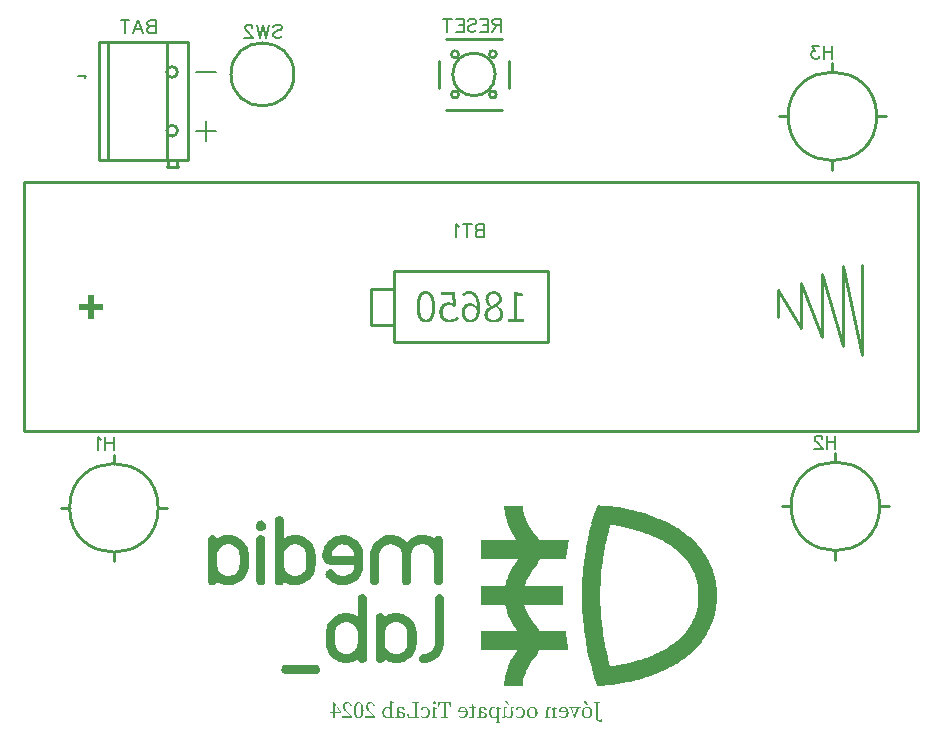
<source format=gbo>
G04 Layer: BottomSilkscreenLayer*
G04 EasyEDA v6.5.42, 2024-06-19 11:27:11*
G04 522c4fd81f94443e96934e03537c14a0,77e46d308c0345a887be20b164797668,10*
G04 Gerber Generator version 0.2*
G04 Scale: 100 percent, Rotated: No, Reflected: No *
G04 Dimensions in millimeters *
G04 leading zeros omitted , absolute positions ,4 integer and 5 decimal *
%FSLAX45Y45*%
%MOMM*%

%ADD10C,0.2032*%
%ADD11C,0.1524*%
%ADD12C,0.2581*%
%ADD13C,0.2540*%

%LPD*%
G36*
X2419146Y1455369D02*
G01*
X2406243Y1449222D01*
X2395728Y1438554D01*
X2389987Y1427124D01*
X2389553Y1036116D01*
X2467051Y1036116D01*
X2467051Y1129080D01*
X2469896Y1144371D01*
X2471572Y1151128D01*
X2476906Y1164234D01*
X2486456Y1178915D01*
X2502865Y1195679D01*
X2518257Y1205839D01*
X2524963Y1208989D01*
X2530703Y1211224D01*
X2537409Y1213002D01*
X2549855Y1215796D01*
X2577592Y1215542D01*
X2589123Y1213053D01*
X2595778Y1211224D01*
X2601518Y1208989D01*
X2608224Y1205890D01*
X2622600Y1196441D01*
X2638450Y1180795D01*
X2646781Y1168349D01*
X2650490Y1161643D01*
X2654452Y1151128D01*
X2656433Y1143457D01*
X2658516Y1133246D01*
X2658516Y1029919D01*
X2656382Y1020775D01*
X2652369Y1007364D01*
X2645156Y992987D01*
X2635707Y980490D01*
X2623566Y968806D01*
X2610154Y959662D01*
X2596743Y953566D01*
X2579522Y948893D01*
X2546959Y948944D01*
X2536444Y951484D01*
X2524963Y955294D01*
X2512517Y962050D01*
X2499817Y971397D01*
X2486507Y985469D01*
X2480767Y993952D01*
X2474722Y1005027D01*
X2469743Y1019810D01*
X2467051Y1036116D01*
X2389553Y1036116D01*
X2389428Y908608D01*
X2391308Y896467D01*
X2395423Y888492D01*
X2402078Y880364D01*
X2410764Y874369D01*
X2420569Y870762D01*
X2436825Y870762D01*
X2449931Y874928D01*
X2459329Y883412D01*
X2465120Y895502D01*
X2465120Y898550D01*
X2467305Y898550D01*
X2479954Y890981D01*
X2491435Y885393D01*
X2502916Y880465D01*
X2514447Y876757D01*
X2523032Y874725D01*
X2532634Y872794D01*
X2545283Y870762D01*
X2580640Y870762D01*
X2598674Y873709D01*
X2607310Y875436D01*
X2620670Y879144D01*
X2636012Y885291D01*
X2649423Y892251D01*
X2666644Y903630D01*
X2681986Y916584D01*
X2695346Y930706D01*
X2700172Y936498D01*
X2706014Y944067D01*
X2714040Y955954D01*
X2714040Y956970D01*
X2719425Y966114D01*
X2726385Y982421D01*
X2729230Y991057D01*
X2732938Y1005433D01*
X2735072Y1018844D01*
X2737002Y1036218D01*
X2737002Y1127760D01*
X2735072Y1146302D01*
X2733141Y1157833D01*
X2730957Y1167384D01*
X2726588Y1180947D01*
X2721305Y1194206D01*
X2716225Y1203807D01*
X2711958Y1211326D01*
X2704134Y1222959D01*
X2693162Y1236421D01*
X2675280Y1253794D01*
X2665679Y1261465D01*
X2650845Y1271422D01*
X2634081Y1279855D01*
X2627376Y1282750D01*
X2610154Y1288338D01*
X2600604Y1290472D01*
X2589123Y1292402D01*
X2571648Y1294384D01*
X2554630Y1294333D01*
X2531668Y1291437D01*
X2515362Y1287932D01*
X2500071Y1282801D01*
X2478024Y1272336D01*
X2468473Y1266647D01*
X2467051Y1266596D01*
X2467051Y1424635D01*
X2462987Y1435760D01*
X2458059Y1442466D01*
X2450947Y1449273D01*
X2441651Y1453692D01*
X2438806Y1455267D01*
G37*
G36*
X2281783Y1417066D02*
G01*
X2259787Y1416558D01*
X2246680Y1410360D01*
X2235860Y1399336D01*
X2230272Y1388922D01*
X2227783Y1377289D01*
X2227681Y1369212D01*
X2230526Y1358442D01*
X2235555Y1348079D01*
X2247747Y1336700D01*
X2260752Y1330401D01*
X2282748Y1330401D01*
X2297277Y1337259D01*
X2307691Y1347825D01*
X2312974Y1357579D01*
X2315768Y1368298D01*
X2315768Y1379220D01*
X2313178Y1388770D01*
X2309114Y1397711D01*
X2300071Y1407668D01*
X2292299Y1412951D01*
G37*
G36*
X1862836Y1294688D02*
G01*
X1850034Y1292199D01*
X1841398Y1288237D01*
X1829866Y1276654D01*
X1823669Y1263751D01*
X1823669Y1081633D01*
X1901698Y1081633D01*
X1901698Y1134821D01*
X1904339Y1146302D01*
X1908149Y1157833D01*
X1914093Y1169314D01*
X1919833Y1177950D01*
X1936800Y1195527D01*
X1952447Y1205839D01*
X1961083Y1209802D01*
X1970125Y1212900D01*
X1984044Y1215796D01*
X2012797Y1215542D01*
X2029053Y1211732D01*
X2044598Y1204518D01*
X2056790Y1196289D01*
X2070811Y1182725D01*
X2078228Y1173124D01*
X2085797Y1158798D01*
X2089607Y1147267D01*
X2091689Y1138631D01*
X2093671Y1120089D01*
X2093671Y1045260D01*
X2091689Y1025550D01*
X2089607Y1016914D01*
X2085746Y1005433D01*
X2081885Y997762D01*
X2073198Y984351D01*
X2056790Y967994D01*
X2043023Y958951D01*
X2032660Y954227D01*
X2024278Y951534D01*
X2012797Y948893D01*
X1980234Y948893D01*
X1970633Y951484D01*
X1959152Y955294D01*
X1944776Y963066D01*
X1934260Y971194D01*
X1920646Y985316D01*
X1912162Y998728D01*
X1906016Y1012139D01*
X1901748Y1028446D01*
X1901698Y1081633D01*
X1823669Y1081633D01*
X1823669Y900582D01*
X1825599Y899414D01*
X1825599Y895858D01*
X1829917Y887831D01*
X1836318Y880313D01*
X1845005Y874369D01*
X1854758Y870762D01*
X1872030Y870813D01*
X1880412Y873709D01*
X1886407Y876757D01*
X1894078Y884783D01*
X1898345Y893013D01*
X1898345Y895350D01*
X1900936Y898855D01*
X1915109Y890320D01*
X1931416Y882548D01*
X1948637Y876757D01*
X1962048Y873607D01*
X1980031Y870762D01*
X2015439Y870762D01*
X2028088Y872794D01*
X2038604Y874776D01*
X2052980Y878738D01*
X2068322Y884478D01*
X2083612Y892251D01*
X2100529Y903528D01*
X2104491Y906729D01*
X2119020Y919378D01*
X2128621Y929741D01*
X2137410Y940257D01*
X2148890Y957529D01*
X2158441Y976680D01*
X2159558Y980490D01*
X2163775Y992022D01*
X2166162Y1001572D01*
X2168296Y1012139D01*
X2170277Y1024737D01*
X2170277Y1140460D01*
X2166315Y1161643D01*
X2164283Y1170279D01*
X2160574Y1181760D01*
X2152650Y1199997D01*
X2142388Y1217015D01*
X2131517Y1231595D01*
X2113280Y1250492D01*
X2099157Y1261922D01*
X2085543Y1271117D01*
X2071166Y1278686D01*
X2057907Y1283970D01*
X2044344Y1288338D01*
X2034793Y1290421D01*
X2022348Y1292504D01*
X2008936Y1294130D01*
X1988820Y1294384D01*
X1972564Y1292402D01*
X1959152Y1290269D01*
X1942896Y1286002D01*
X1930450Y1281226D01*
X1913229Y1272997D01*
X1900834Y1265478D01*
X1898345Y1268882D01*
X1898345Y1271320D01*
X1893366Y1280464D01*
X1886712Y1287424D01*
X1876806Y1292250D01*
G37*
G36*
X3362655Y1294384D02*
G01*
X3346348Y1292402D01*
X3332987Y1290269D01*
X3318611Y1286611D01*
X3307130Y1282700D01*
X3286048Y1272438D01*
X3277463Y1267307D01*
X3271672Y1263345D01*
X3252571Y1247648D01*
X3240125Y1234490D01*
X3232810Y1225854D01*
X3219907Y1206652D01*
X3210102Y1186586D01*
X3204413Y1169314D01*
X3200501Y1151128D01*
X3198469Y1137158D01*
X3198469Y902716D01*
X3200552Y896162D01*
X3204616Y887831D01*
X3211830Y879602D01*
X3220974Y873760D01*
X3230321Y870610D01*
X3247745Y871270D01*
X3258312Y876198D01*
X3269132Y886104D01*
X3275533Y899058D01*
X3276650Y1137666D01*
X3279597Y1148232D01*
X3282797Y1157833D01*
X3286963Y1166418D01*
X3296158Y1180287D01*
X3307842Y1192834D01*
X3320542Y1202385D01*
X3334867Y1209649D01*
X3348278Y1213713D01*
X3357422Y1215796D01*
X3386074Y1215796D01*
X3395218Y1213713D01*
X3408578Y1209598D01*
X3419906Y1204163D01*
X3431438Y1196340D01*
X3446526Y1181862D01*
X3456787Y1166418D01*
X3462324Y1153972D01*
X3464458Y1146302D01*
X3466896Y1138631D01*
X3468065Y900023D01*
X3470859Y893318D01*
X3473450Y888492D01*
X3480054Y880364D01*
X3488740Y874369D01*
X3498545Y870762D01*
X3515258Y870762D01*
X3520592Y872947D01*
X3529228Y877011D01*
X3538778Y886663D01*
X3542944Y895197D01*
X3545027Y901750D01*
X3545027Y1128268D01*
X3547008Y1139596D01*
X3549192Y1150162D01*
X3556101Y1166418D01*
X3564483Y1178915D01*
X3573272Y1189278D01*
X3589121Y1202080D01*
X3604869Y1209852D01*
X3613912Y1212900D01*
X3627831Y1215796D01*
X3654653Y1215796D01*
X3667099Y1213002D01*
X3673805Y1211224D01*
X3679494Y1208989D01*
X3686251Y1205839D01*
X3701542Y1195730D01*
X3717137Y1179880D01*
X3726586Y1165504D01*
X3730498Y1156868D01*
X3733596Y1147775D01*
X3736492Y1133856D01*
X3736492Y907287D01*
X3738524Y897128D01*
X3743096Y887171D01*
X3753510Y876909D01*
X3764534Y871829D01*
X3767226Y870762D01*
X3783126Y870762D01*
X3789629Y872845D01*
X3797757Y876808D01*
X3808069Y887679D01*
X3812387Y897128D01*
X3814927Y907694D01*
X3814978Y1254048D01*
X3812235Y1264615D01*
X3808831Y1271879D01*
X3798265Y1282547D01*
X3785514Y1288643D01*
X3766261Y1288643D01*
X3760927Y1286459D01*
X3752646Y1282496D01*
X3742232Y1271270D01*
X3742182Y1268984D01*
X3738879Y1264666D01*
X3721658Y1274826D01*
X3704437Y1282750D01*
X3686251Y1288491D01*
X3678580Y1290472D01*
X3666134Y1292453D01*
X3651758Y1294130D01*
X3632962Y1294384D01*
X3614420Y1292402D01*
X3601974Y1290472D01*
X3586683Y1286510D01*
X3572306Y1281226D01*
X3555085Y1272997D01*
X3535934Y1260144D01*
X3519678Y1245870D01*
X3506470Y1231087D01*
X3489451Y1249222D01*
X3474669Y1261516D01*
X3456482Y1273505D01*
X3437128Y1282903D01*
X3434334Y1282903D01*
X3432556Y1284427D01*
X3417214Y1288796D01*
X3410508Y1290472D01*
X3398062Y1292453D01*
X3380689Y1294384D01*
G37*
G36*
X2954223Y1292453D02*
G01*
X2928010Y1288542D01*
X2920339Y1286560D01*
X2906928Y1282496D01*
X2888742Y1274826D01*
X2872486Y1265478D01*
X2858668Y1255115D01*
X2842818Y1240891D01*
X2831287Y1227074D01*
X2829204Y1224838D01*
X2817520Y1207465D01*
X2808986Y1190396D01*
X2804109Y1178915D01*
X2800096Y1165504D01*
X2798419Y1158798D01*
X2796235Y1147267D01*
X2794457Y1140358D01*
X2794457Y1120952D01*
X2871978Y1120952D01*
X2873095Y1134821D01*
X2877007Y1151128D01*
X2884220Y1166672D01*
X2892450Y1178915D01*
X2907893Y1194409D01*
X2919628Y1202283D01*
X2930855Y1207922D01*
X2940456Y1211224D01*
X2952902Y1213866D01*
X2984500Y1213713D01*
X2989275Y1212189D01*
X2999790Y1209802D01*
X3015335Y1202639D01*
X3027578Y1194409D01*
X3043072Y1178915D01*
X3052572Y1164539D01*
X3056534Y1155903D01*
X3060344Y1144371D01*
X3062681Y1133856D01*
X3062020Y1120444D01*
X2876296Y1119886D01*
X2871978Y1120952D01*
X2794457Y1120952D01*
X2794457Y1108557D01*
X2797149Y1098397D01*
X2800299Y1089253D01*
X2806242Y1078280D01*
X2817317Y1063904D01*
X2825546Y1057097D01*
X2834182Y1051306D01*
X2841599Y1047902D01*
X2847594Y1046022D01*
X2860040Y1043279D01*
X3004769Y1043279D01*
X3062528Y1042009D01*
X3062528Y1027684D01*
X3058464Y1012139D01*
X3057042Y1008329D01*
X3048609Y991311D01*
X3036620Y976680D01*
X3032353Y973124D01*
X3025648Y967028D01*
X3016910Y961034D01*
X3005531Y955344D01*
X2994050Y951484D01*
X2984500Y948893D01*
X2950006Y948893D01*
X2940456Y951484D01*
X2928975Y955344D01*
X2917139Y961136D01*
X2905048Y970229D01*
X2894482Y981456D01*
X2888742Y989025D01*
X2881274Y997305D01*
X2869336Y1003046D01*
X2852521Y1003046D01*
X2840888Y998931D01*
X2830982Y992428D01*
X2826004Y985875D01*
X2821482Y976680D01*
X2818993Y963726D01*
X2821584Y950823D01*
X2826359Y942187D01*
X2834640Y931316D01*
X2847238Y917549D01*
X2861767Y904341D01*
X2880156Y892048D01*
X2893517Y885342D01*
X2905048Y880465D01*
X2917494Y876655D01*
X2925114Y874776D01*
X2935681Y872794D01*
X2948330Y870762D01*
X2984652Y870762D01*
X3002686Y873506D01*
X3017012Y876757D01*
X3028543Y880465D01*
X3046730Y888441D01*
X3062071Y897280D01*
X3077362Y908507D01*
X3101340Y932586D01*
X3106623Y938885D01*
X3119729Y958494D01*
X3129381Y978611D01*
X3135376Y997762D01*
X3137103Y1004468D01*
X3141014Y1030732D01*
X3141014Y1133703D01*
X3137103Y1158798D01*
X3135122Y1166418D01*
X3129381Y1184656D01*
X3119983Y1204163D01*
X3106724Y1223975D01*
X3092450Y1240231D01*
X3081121Y1250797D01*
X3075381Y1255572D01*
X3064916Y1263497D01*
X3053181Y1271016D01*
X3039059Y1277874D01*
X3032353Y1280769D01*
X3021838Y1284528D01*
X3015132Y1286510D01*
X3006496Y1288491D01*
X2995980Y1290472D01*
X2983534Y1292199D01*
G37*
G36*
X2264359Y1292453D02*
G01*
X2257856Y1290370D01*
X2249220Y1286256D01*
X2239568Y1276654D01*
X2233930Y1265174D01*
X2233422Y901242D01*
X2236419Y892352D01*
X2242312Y883208D01*
X2249678Y876858D01*
X2257856Y872947D01*
X2263190Y870762D01*
X2279904Y870762D01*
X2289708Y874369D01*
X2298446Y880364D01*
X2305202Y888644D01*
X2310028Y899566D01*
X2309977Y1263243D01*
X2307590Y1269949D01*
X2304084Y1276654D01*
X2294229Y1286256D01*
X2285593Y1290421D01*
X2279853Y1292301D01*
G37*
G36*
X3125368Y796036D02*
G01*
X3118510Y793902D01*
X3108198Y788822D01*
X3099358Y780135D01*
X3095294Y771601D01*
X3093161Y766216D01*
X3093161Y607212D01*
X3090722Y607212D01*
X3086912Y609854D01*
X3068726Y619353D01*
X3055315Y624636D01*
X3040989Y629056D01*
X3019907Y633577D01*
X2972054Y633526D01*
X2961538Y631139D01*
X2950972Y629005D01*
X2938526Y625348D01*
X2935224Y623519D01*
X2932938Y623519D01*
X2909824Y612190D01*
X2894482Y602183D01*
X2893517Y600964D01*
X2885897Y595325D01*
X2866999Y577037D01*
X2856026Y563626D01*
X2844495Y546354D01*
X2834843Y526237D01*
X2829052Y508050D01*
X2827172Y500380D01*
X2825191Y489813D01*
X2823159Y473506D01*
X2901188Y473506D01*
X2903778Y486003D01*
X2907690Y497484D01*
X2911602Y506120D01*
X2921152Y520496D01*
X2935681Y534924D01*
X2940456Y538734D01*
X2946196Y542696D01*
X2956712Y548386D01*
X2967278Y552348D01*
X2974898Y554329D01*
X2986532Y556412D01*
X3009392Y556209D01*
X3026613Y552450D01*
X3032353Y550367D01*
X3046120Y543966D01*
X3061055Y532739D01*
X3071774Y521462D01*
X3080816Y508203D01*
X3085236Y499414D01*
X3089097Y487883D01*
X3091180Y479298D01*
X3093161Y463143D01*
X3093110Y381508D01*
X3090316Y361391D01*
X3087928Y352755D01*
X3085693Y347014D01*
X3080715Y336346D01*
X3071114Y322630D01*
X3057296Y308914D01*
X3043834Y299923D01*
X3032861Y294640D01*
X3026613Y292709D01*
X3019907Y290931D01*
X3001873Y288086D01*
X2990240Y288137D01*
X2973933Y290830D01*
X2960979Y294640D01*
X2950006Y299923D01*
X2938526Y307644D01*
X2931820Y313791D01*
X2927604Y317296D01*
X2915056Y332536D01*
X2905709Y351790D01*
X2901289Y369062D01*
X2901188Y473506D01*
X2823159Y473506D01*
X2823159Y369214D01*
X2827223Y344119D01*
X2831541Y327863D01*
X2837738Y312521D01*
X2842818Y301955D01*
X2852267Y286156D01*
X2865577Y269392D01*
X2883966Y251155D01*
X2891637Y245414D01*
X2892602Y244297D01*
X2909824Y232765D01*
X2923235Y225958D01*
X2932023Y222046D01*
X2946196Y217424D01*
X2953867Y215341D01*
X2975051Y211429D01*
X3018332Y211429D01*
X3038094Y215341D01*
X3046730Y217373D01*
X3054400Y219862D01*
X3064916Y223977D01*
X3083102Y232765D01*
X3091078Y238252D01*
X3094177Y238252D01*
X3096158Y232968D01*
X3100324Y224586D01*
X3107690Y216966D01*
X3119932Y211429D01*
X3140913Y211429D01*
X3152952Y216509D01*
X3163316Y226263D01*
X3169716Y240029D01*
X3169716Y766216D01*
X3167583Y771601D01*
X3163620Y779830D01*
X3154781Y788822D01*
X3145332Y793597D01*
X3137662Y795782D01*
G37*
G36*
X3776979Y794105D02*
G01*
X3770477Y792022D01*
X3761994Y787857D01*
X3751986Y778764D01*
X3745585Y765810D01*
X3744569Y366166D01*
X3738168Y346151D01*
X3730802Y332232D01*
X3722319Y321056D01*
X3708095Y307543D01*
X3699611Y301752D01*
X3690061Y296875D01*
X3683355Y294030D01*
X3677615Y292100D01*
X3668979Y290118D01*
X3660394Y288798D01*
X3639210Y287528D01*
X3627831Y281940D01*
X3617671Y271780D01*
X3612032Y259384D01*
X3612032Y240792D01*
X3614369Y233934D01*
X3620719Y224028D01*
X3628999Y216408D01*
X3640836Y211429D01*
X3671062Y211429D01*
X3692906Y215442D01*
X3706317Y219303D01*
X3721658Y225196D01*
X3735730Y232613D01*
X3749395Y241350D01*
X3765702Y254355D01*
X3782060Y271322D01*
X3789781Y280873D01*
X3801364Y298196D01*
X3808323Y312013D01*
X3814267Y326898D01*
X3818026Y340309D01*
X3822039Y360426D01*
X3822700Y763930D01*
X3816502Y777951D01*
X3807510Y787095D01*
X3799179Y791464D01*
X3791559Y793902D01*
G37*
G36*
X3431590Y633831D02*
G01*
X3393287Y633272D01*
X3374136Y629208D01*
X3366465Y627126D01*
X3360724Y625246D01*
X3350209Y621284D01*
X3332022Y612343D01*
X3322523Y606247D01*
X3320084Y606247D01*
X3318814Y611530D01*
X3314446Y620268D01*
X3306318Y628396D01*
X3295650Y633425D01*
X3272637Y633476D01*
X3261867Y628497D01*
X3253841Y621233D01*
X3247999Y612749D01*
X3244392Y602945D01*
X3244392Y369062D01*
X3322421Y369062D01*
X3322421Y476402D01*
X3325012Y486918D01*
X3328924Y498449D01*
X3335121Y510895D01*
X3343859Y522528D01*
X3358896Y536854D01*
X3367481Y542798D01*
X3376320Y547725D01*
X3386582Y551891D01*
X3393287Y553669D01*
X3407664Y556412D01*
X3429660Y556158D01*
X3442106Y553872D01*
X3453587Y550316D01*
X3468928Y542442D01*
X3480409Y534060D01*
X3492144Y522122D01*
X3500780Y509930D01*
X3506520Y498449D01*
X3510330Y486918D01*
X3512972Y475437D01*
X3512972Y369062D01*
X3510279Y357581D01*
X3507587Y349148D01*
X3502812Y338683D01*
X3492195Y322681D01*
X3476548Y307644D01*
X3467963Y301752D01*
X3458362Y296875D01*
X3449777Y293319D01*
X3441141Y290931D01*
X3423107Y288086D01*
X3411626Y288086D01*
X3399028Y290017D01*
X3388512Y292252D01*
X3372205Y299161D01*
X3357879Y308660D01*
X3342335Y324002D01*
X3332835Y338378D01*
X3327806Y348945D01*
X3325063Y357581D01*
X3322421Y369062D01*
X3244392Y369062D01*
X3244392Y242366D01*
X3246475Y235864D01*
X3250641Y227279D01*
X3260293Y217474D01*
X3272942Y211429D01*
X3293719Y211429D01*
X3303930Y215138D01*
X3310585Y220217D01*
X3316884Y228904D01*
X3320237Y238252D01*
X3323488Y238252D01*
X3325317Y236524D01*
X3332987Y232156D01*
X3346348Y225247D01*
X3361690Y219252D01*
X3375101Y215442D01*
X3395827Y211429D01*
X3439414Y211429D01*
X3450742Y213360D01*
X3460292Y215341D01*
X3467963Y217424D01*
X3485184Y223062D01*
X3503371Y232156D01*
X3517747Y241350D01*
X3534003Y254355D01*
X3550361Y271322D01*
X3558133Y280873D01*
X3569512Y298145D01*
X3577285Y313486D01*
X3583178Y328828D01*
X3586226Y340309D01*
X3588207Y349910D01*
X3590950Y367944D01*
X3590950Y477215D01*
X3586987Y502259D01*
X3585413Y508050D01*
X3581298Y521462D01*
X3576472Y532942D01*
X3565804Y553415D01*
X3550970Y573176D01*
X3534003Y590448D01*
X3519678Y602081D01*
X3505301Y611733D01*
X3490925Y619302D01*
X3477514Y624636D01*
X3469894Y627075D01*
X3462223Y629158D01*
X3453587Y631037D01*
X3442106Y633120D01*
G37*
G36*
X2475738Y196088D02*
G01*
X2470404Y193903D01*
X2461818Y189839D01*
X2452827Y180746D01*
X2448102Y170688D01*
X2445969Y163830D01*
X2446020Y153416D01*
X2448610Y143510D01*
X2453132Y134518D01*
X2462479Y125272D01*
X2474976Y119380D01*
X2745333Y119380D01*
X2758541Y125882D01*
X2768295Y136245D01*
X2771241Y142900D01*
X2773680Y149250D01*
X2773629Y168046D01*
X2767533Y180746D01*
X2758440Y189839D01*
X2749956Y193903D01*
X2745130Y195935D01*
G37*
G36*
X5123891Y1546910D02*
G01*
X5120436Y1541678D01*
X5115966Y1528826D01*
X5114188Y1522933D01*
X5110124Y1511249D01*
X5108295Y1507337D01*
X5104231Y1495602D01*
X5102504Y1489710D01*
X5095748Y1470202D01*
X5085943Y1437944D01*
X5072075Y1390040D01*
X5072126Y1387246D01*
X5068417Y1375359D01*
X5054549Y1319174D01*
X5048758Y1293317D01*
X5046573Y1284478D01*
X5039918Y1252982D01*
X5036921Y1237589D01*
X5033213Y1220012D01*
X5028996Y1195578D01*
X5025440Y1177950D01*
X5013706Y1103680D01*
X5011724Y1087069D01*
X5005832Y1044092D01*
X5003800Y1022603D01*
X4998821Y976934D01*
X4996942Y943711D01*
X4995011Y930706D01*
X4993132Y878941D01*
X4990642Y854506D01*
X4990642Y820267D01*
X5146090Y820267D01*
X5150256Y904341D01*
X5152136Y931722D01*
X5156047Y976680D01*
X5162092Y1033322D01*
X5165801Y1058011D01*
X5165801Y1064615D01*
X5169611Y1086104D01*
X5171643Y1101750D01*
X5175605Y1126185D01*
X5177688Y1140815D01*
X5181447Y1157833D01*
X5181447Y1162964D01*
X5185206Y1179931D01*
X5189372Y1203401D01*
X5199176Y1248359D01*
X5201666Y1261313D01*
X5204714Y1273759D01*
X5209032Y1293317D01*
X5212689Y1304899D01*
X5212689Y1309014D01*
X5216347Y1320647D01*
X5218379Y1330452D01*
X5228386Y1367586D01*
X5231434Y1377340D01*
X5233416Y1379778D01*
X5238546Y1379524D01*
X5252212Y1378051D01*
X5267248Y1374902D01*
X5272684Y1374851D01*
X5288330Y1370990D01*
X5295747Y1370990D01*
X5312714Y1367231D01*
X5335168Y1363065D01*
X5378094Y1353261D01*
X5392369Y1350518D01*
X5394706Y1349095D01*
X5409336Y1345742D01*
X5423001Y1341932D01*
X5432755Y1339596D01*
X5501081Y1319174D01*
X5507228Y1316278D01*
X5510834Y1316177D01*
X5518658Y1312418D01*
X5521299Y1312367D01*
X5527446Y1309471D01*
X5536234Y1306626D01*
X5545023Y1303477D01*
X5548934Y1301648D01*
X5565546Y1295654D01*
X5580380Y1288897D01*
X5582767Y1288897D01*
X5587949Y1286103D01*
X5599074Y1281074D01*
X5601258Y1281074D01*
X5608472Y1277366D01*
X5658256Y1253540D01*
X5661202Y1251712D01*
X5668975Y1247952D01*
X5698286Y1231341D01*
X5704128Y1228293D01*
X5709970Y1224432D01*
X5720740Y1218031D01*
X5751982Y1197305D01*
X5760974Y1190701D01*
X5765342Y1187754D01*
X5778754Y1177544D01*
X5784291Y1172921D01*
X5794908Y1164945D01*
X5800953Y1159408D01*
X5825134Y1138174D01*
X5850534Y1112418D01*
X5868212Y1091996D01*
X5887618Y1067511D01*
X5893460Y1058722D01*
X5894527Y1057757D01*
X5907125Y1038199D01*
X5915609Y1024077D01*
X5925210Y1006957D01*
X5933236Y990346D01*
X5938621Y978611D01*
X5945632Y961999D01*
X5948781Y953211D01*
X5951575Y944422D01*
X5953506Y940511D01*
X5965139Y899464D01*
X5966409Y890676D01*
X5970117Y876096D01*
X5970117Y870813D01*
X5973826Y850595D01*
X5976112Y826160D01*
X5977788Y805637D01*
X5977788Y755802D01*
X5973826Y711809D01*
X5970117Y691591D01*
X5970117Y686308D01*
X5967069Y674674D01*
X5964377Y661009D01*
X5961583Y649274D01*
X5954471Y626770D01*
X5954471Y624128D01*
X5951677Y617982D01*
X5947562Y606247D01*
X5945479Y599440D01*
X5942787Y595579D01*
X5942787Y592785D01*
X5934252Y574040D01*
X5922213Y549605D01*
X5916422Y539800D01*
X5913475Y533958D01*
X5909665Y528066D01*
X5906719Y522884D01*
X5892292Y501497D01*
X5883808Y489966D01*
X5872378Y475335D01*
X5865164Y466598D01*
X5847689Y446989D01*
X5822238Y421487D01*
X5805220Y406247D01*
X5797854Y400405D01*
X5796838Y398932D01*
X5783173Y388467D01*
X5782208Y387197D01*
X5762498Y372414D01*
X5731865Y351434D01*
X5718251Y342849D01*
X5702147Y333146D01*
X5684621Y322986D01*
X5660186Y309727D01*
X5631891Y295757D01*
X5603595Y282752D01*
X5580329Y272542D01*
X5578398Y272542D01*
X5561076Y264718D01*
X5558993Y264718D01*
X5552846Y261924D01*
X5539994Y256895D01*
X5538470Y256895D01*
X5532323Y254050D01*
X5520639Y249936D01*
X5514746Y248208D01*
X5483555Y237540D01*
X5468874Y233375D01*
X5436412Y223723D01*
X5413248Y217627D01*
X5400751Y213867D01*
X5397652Y213918D01*
X5384952Y210159D01*
X5367375Y206044D01*
X5363921Y206095D01*
X5349798Y202336D01*
X5331256Y198323D01*
X5308803Y194208D01*
X5291886Y190449D01*
X5285384Y190398D01*
X5268772Y186588D01*
X5262575Y186537D01*
X5242763Y182626D01*
X5233416Y182626D01*
X5231434Y185064D01*
X5224373Y208534D01*
X5224373Y211886D01*
X5221325Y219608D01*
X5214518Y247599D01*
X5212435Y257403D01*
X5208778Y268986D01*
X5208778Y272592D01*
X5205018Y286715D01*
X5201615Y301345D01*
X5198059Y318973D01*
X5189270Y358089D01*
X5189270Y362864D01*
X5185562Y378561D01*
X5181244Y403961D01*
X5177688Y421538D01*
X5173522Y449884D01*
X5169712Y469950D01*
X5169712Y477621D01*
X5165801Y497433D01*
X5165801Y504393D01*
X5162092Y529082D01*
X5157876Y570128D01*
X5154980Y592328D01*
X5153050Y624840D01*
X5151221Y636574D01*
X5149189Y685444D01*
X5147106Y709879D01*
X5146090Y820267D01*
X4990642Y820267D01*
X4990642Y707898D01*
X4993132Y683463D01*
X4995011Y631698D01*
X4996942Y618693D01*
X4998821Y585470D01*
X5005832Y518312D01*
X5011724Y475335D01*
X5013706Y458724D01*
X5025440Y384403D01*
X5029149Y367436D01*
X5029149Y362305D01*
X5032908Y345338D01*
X5037937Y317957D01*
X5045659Y282295D01*
X5058562Y226110D01*
X5066131Y195834D01*
X5072126Y174447D01*
X5072126Y171856D01*
X5075732Y160629D01*
X5081778Y138125D01*
X5097272Y87325D01*
X5103368Y70662D01*
X5103368Y68072D01*
X5106162Y61925D01*
X5110276Y50190D01*
X5112054Y44348D01*
X5116068Y32613D01*
X5117846Y29464D01*
X5120132Y20878D01*
X5124145Y15290D01*
X5175097Y18491D01*
X5197551Y20320D01*
X5219039Y22402D01*
X5250230Y26365D01*
X5278577Y30226D01*
X5304891Y34239D01*
X5317591Y36982D01*
X5327345Y38100D01*
X5374233Y47599D01*
X5402529Y53797D01*
X5417159Y57404D01*
X5435701Y61620D01*
X5448401Y65125D01*
X5462219Y69240D01*
X5466080Y69240D01*
X5492292Y77266D01*
X5519623Y85140D01*
X5530088Y88798D01*
X5533288Y88849D01*
X5541111Y92659D01*
X5544718Y92710D01*
X5550865Y95605D01*
X5560618Y98348D01*
X5574284Y103581D01*
X5580176Y105308D01*
X5593842Y110439D01*
X5602630Y113233D01*
X5608472Y115976D01*
X5619191Y120294D01*
X5627573Y124002D01*
X5629960Y124053D01*
X5637733Y127812D01*
X5639409Y127863D01*
X5645556Y130657D01*
X5667044Y139801D01*
X5691428Y151180D01*
X5735370Y172872D01*
X5761228Y186690D01*
X5785154Y200406D01*
X5793536Y206095D01*
X5794806Y206095D01*
X5834938Y232410D01*
X5855411Y246583D01*
X5874562Y261162D01*
X5881776Y267157D01*
X5893866Y276453D01*
X5896406Y278892D01*
X5923737Y302158D01*
X5972556Y351180D01*
X5992063Y374497D01*
X6005576Y391820D01*
X6010198Y397154D01*
X6018936Y409854D01*
X6027674Y421538D01*
X6029147Y424535D01*
X6044285Y447395D01*
X6044285Y448716D01*
X6050889Y458724D01*
X6062624Y480212D01*
X6073749Y502666D01*
X6086144Y530047D01*
X6093307Y548589D01*
X6100013Y568147D01*
X6101892Y572058D01*
X6108852Y595528D01*
X6110884Y603351D01*
X6114542Y615188D01*
X6114542Y619099D01*
X6117488Y627786D01*
X6120536Y643382D01*
X6122517Y655116D01*
X6125362Y668070D01*
X6127343Y686409D01*
X6129274Y693724D01*
X6131102Y720598D01*
X6132322Y727964D01*
X6134100Y727964D01*
X6134100Y834440D01*
X6132322Y834440D01*
X6131102Y841806D01*
X6129274Y868680D01*
X6127343Y875995D01*
X6125362Y894283D01*
X6122517Y907287D01*
X6120536Y919022D01*
X6118301Y929741D01*
X6109970Y963930D01*
X6102858Y985113D01*
X6102858Y988110D01*
X6100013Y994257D01*
X6094171Y1012037D01*
X6084824Y1034796D01*
X6079540Y1047038D01*
X6058814Y1089050D01*
X6051956Y1101750D01*
X6048705Y1106627D01*
X6043777Y1115415D01*
X6019749Y1151585D01*
X5995670Y1183843D01*
X5990894Y1188974D01*
X5977382Y1205331D01*
X5966714Y1217066D01*
X5927648Y1256233D01*
X5908141Y1273759D01*
X5892495Y1286408D01*
X5890564Y1288643D01*
X5859068Y1312824D01*
X5854700Y1315770D01*
X5848197Y1320647D01*
X5838190Y1327505D01*
X5832703Y1331874D01*
X5830824Y1331874D01*
X5827318Y1335786D01*
X5825744Y1335786D01*
X5804306Y1350314D01*
X5791962Y1357376D01*
X5786729Y1360728D01*
X5752947Y1380185D01*
X5743143Y1385417D01*
X5695340Y1409293D01*
X5668822Y1421790D01*
X5667400Y1421790D01*
X5650788Y1429613D01*
X5648960Y1429613D01*
X5641695Y1433525D01*
X5639460Y1433525D01*
X5621832Y1441348D01*
X5619953Y1441348D01*
X5602325Y1449171D01*
X5599684Y1449222D01*
X5591860Y1453032D01*
X5588965Y1453134D01*
X5581142Y1456944D01*
X5578195Y1457045D01*
X5570423Y1460804D01*
X5567476Y1460957D01*
X5559653Y1464716D01*
X5556910Y1464818D01*
X5522569Y1476298D01*
X5480608Y1488541D01*
X5469382Y1492148D01*
X5466080Y1492148D01*
X5452313Y1496263D01*
X5425948Y1503121D01*
X5417108Y1504696D01*
X5407406Y1507591D01*
X5396636Y1509877D01*
X5384952Y1511909D01*
X5376164Y1514500D01*
X5368340Y1515770D01*
X5351780Y1519428D01*
X5327345Y1523644D01*
X5309260Y1527352D01*
X5302961Y1527352D01*
X5264912Y1534312D01*
X5242661Y1536141D01*
X5235549Y1538071D01*
X5211216Y1540103D01*
X5201716Y1542034D01*
X5163362Y1543964D01*
X5135067Y1546555D01*
G37*
G36*
X4489043Y1542999D02*
G01*
X4334713Y1542491D01*
X4334103Y1524914D01*
X4338218Y1486814D01*
X4342231Y1463344D01*
X4346143Y1444752D01*
X4353915Y1417421D01*
X4355896Y1411528D01*
X4358640Y1401775D01*
X4361535Y1395628D01*
X4361586Y1392986D01*
X4365396Y1385163D01*
X4365447Y1382776D01*
X4380788Y1348028D01*
X4391456Y1326540D01*
X4401769Y1306982D01*
X4404207Y1304036D01*
X4405579Y1301089D01*
X4417009Y1281582D01*
X4435703Y1253388D01*
X4435703Y1251000D01*
X4432655Y1249781D01*
X4135069Y1249781D01*
X4135069Y1093419D01*
X4449267Y1093419D01*
X4450486Y1091488D01*
X4444034Y1082751D01*
X4439158Y1075740D01*
X4437126Y1073404D01*
X4423054Y1051915D01*
X4421225Y1049731D01*
X4402531Y1018692D01*
X4398568Y1010869D01*
X4390034Y995222D01*
X4383786Y982522D01*
X4369358Y951026D01*
X4369358Y948842D01*
X4365650Y940511D01*
X4361789Y930706D01*
X4357979Y919987D01*
X4349953Y893571D01*
X4346143Y878941D01*
X4341876Y861364D01*
X4339844Y858875D01*
X4135069Y858875D01*
X4135069Y702564D01*
X4341469Y702056D01*
X4345787Y687374D01*
X4345889Y682498D01*
X4353966Y655116D01*
X4357624Y644702D01*
X4357624Y641756D01*
X4360468Y635609D01*
X4366514Y618998D01*
X4369358Y612800D01*
X4369358Y610565D01*
X4373016Y603351D01*
X4380839Y585724D01*
X4398772Y550570D01*
X4410405Y530047D01*
X4418126Y518312D01*
X4422089Y511454D01*
X4441596Y482295D01*
X4441596Y480923D01*
X4437176Y479755D01*
X4135069Y479704D01*
X4135069Y323342D01*
X4442307Y323342D01*
X4444492Y320700D01*
X4440224Y315264D01*
X4421479Y287680D01*
X4415129Y276910D01*
X4409389Y268122D01*
X4407458Y264210D01*
X4402531Y256387D01*
X4394098Y240741D01*
X4383176Y219252D01*
X4373016Y196799D01*
X4369358Y189585D01*
X4369358Y187299D01*
X4366514Y181152D01*
X4363313Y172364D01*
X4353712Y144018D01*
X4349953Y131318D01*
X4346041Y116636D01*
X4343806Y106883D01*
X4341825Y95148D01*
X4339031Y82753D01*
X4337151Y62890D01*
X4335119Y51155D01*
X4333900Y21437D01*
X4336389Y18440D01*
X4488180Y18440D01*
X4490110Y20878D01*
X4491228Y42367D01*
X4496206Y72694D01*
X4500016Y88290D01*
X4503216Y100025D01*
X4506010Y106222D01*
X4506061Y109829D01*
X4509820Y117602D01*
X4509922Y120040D01*
X4513630Y128371D01*
X4518863Y141071D01*
X4534408Y172364D01*
X4541672Y185064D01*
X4552137Y201676D01*
X4564075Y219964D01*
X4579670Y241452D01*
X4591761Y256387D01*
X4609998Y279857D01*
X4618634Y293522D01*
X4630928Y317398D01*
X4630928Y320294D01*
X4633976Y323342D01*
X4873802Y323342D01*
X4876901Y324510D01*
X4876901Y332638D01*
X4873142Y352196D01*
X4865319Y397154D01*
X4861204Y425450D01*
X4858308Y441807D01*
X4856429Y461416D01*
X4854194Y473354D01*
X4852873Y479247D01*
X4632909Y479704D01*
X4627829Y487781D01*
X4625695Y493877D01*
X4614113Y514299D01*
X4611420Y516991D01*
X4611420Y518718D01*
X4579670Y558698D01*
X4562754Y581812D01*
X4546346Y607263D01*
X4542180Y614070D01*
X4539183Y619963D01*
X4534509Y627786D01*
X4517694Y661314D01*
X4517694Y662736D01*
X4510786Y678383D01*
X4504994Y696163D01*
X4502861Y700379D01*
X4504182Y702513D01*
X4831638Y702513D01*
X4834890Y704951D01*
X4834432Y858418D01*
X4504232Y859383D01*
X4503013Y860602D01*
X4507839Y875030D01*
X4513986Y891641D01*
X4517694Y898855D01*
X4517694Y900988D01*
X4530801Y927811D01*
X4540402Y944422D01*
X4542129Y948334D01*
X4547920Y957122D01*
X4549292Y959916D01*
X4557674Y972769D01*
X4566513Y985469D01*
X4579670Y1003553D01*
X4609947Y1042111D01*
X4618837Y1055827D01*
X4630928Y1080058D01*
X4630928Y1081836D01*
X4634534Y1090015D01*
X4635754Y1093419D01*
X4852212Y1093419D01*
X4855565Y1097178D01*
X4861356Y1139850D01*
X4864354Y1156462D01*
X4866132Y1171956D01*
X4868976Y1184808D01*
X4873193Y1211224D01*
X4876749Y1228801D01*
X4879035Y1243431D01*
X4879340Y1249324D01*
X4628489Y1250289D01*
X4618634Y1268882D01*
X4608677Y1284478D01*
X4579670Y1321104D01*
X4561128Y1346454D01*
X4547057Y1368552D01*
X4534357Y1390040D01*
X4517948Y1423263D01*
X4513580Y1434033D01*
X4509922Y1442059D01*
X4509871Y1444752D01*
X4506925Y1450492D01*
X4505147Y1457452D01*
X4502099Y1466291D01*
X4498441Y1479956D01*
X4495139Y1493977D01*
X4492396Y1514144D01*
X4490415Y1526844D01*
X4490364Y1541678D01*
G37*
G36*
X5014214Y-106680D02*
G01*
X5011623Y-107137D01*
X5009438Y-108407D01*
X5007914Y-110642D01*
X5007356Y-113792D01*
X5007610Y-115976D01*
X5008575Y-118364D01*
X5010658Y-121158D01*
X5037582Y-145288D01*
X5041646Y-141986D01*
X5024882Y-114808D01*
X5022088Y-110947D01*
X5019446Y-108458D01*
X5016855Y-107086D01*
G37*
G36*
X4347464Y-106680D02*
G01*
X4344873Y-107137D01*
X4342587Y-108407D01*
X4340961Y-110642D01*
X4340352Y-113792D01*
X4340656Y-115976D01*
X4341723Y-118364D01*
X4343908Y-121158D01*
X4370832Y-145288D01*
X4374896Y-141986D01*
X4358132Y-114808D01*
X4355338Y-110947D01*
X4352696Y-108458D01*
X4350105Y-107086D01*
G37*
G36*
X3370834Y-109982D02*
G01*
X3368294Y-111506D01*
X3368801Y-139192D01*
X3368801Y-173736D01*
X3361588Y-167132D01*
X3354120Y-162560D01*
X3346500Y-159867D01*
X3338829Y-159004D01*
X3333648Y-159359D01*
X3328720Y-160477D01*
X3324098Y-162255D01*
X3319779Y-164744D01*
X3315817Y-167843D01*
X3312261Y-171653D01*
X3309112Y-176022D01*
X3306470Y-181051D01*
X3304336Y-186639D01*
X3302812Y-192836D01*
X3301847Y-199542D01*
X3301567Y-208279D01*
X3318510Y-208279D01*
X3319018Y-199085D01*
X3320389Y-191109D01*
X3322675Y-184302D01*
X3325723Y-178765D01*
X3329482Y-174447D01*
X3333851Y-171399D01*
X3338779Y-169519D01*
X3344164Y-168910D01*
X3348990Y-169265D01*
X3354527Y-170789D01*
X3360877Y-174142D01*
X3368294Y-180086D01*
X3368294Y-235966D01*
X3362350Y-240842D01*
X3356406Y-244144D01*
X3350564Y-246024D01*
X3344926Y-246634D01*
X3339795Y-246125D01*
X3334918Y-244449D01*
X3330448Y-241655D01*
X3326485Y-237642D01*
X3323183Y-232359D01*
X3320694Y-225755D01*
X3319068Y-217728D01*
X3318510Y-208279D01*
X3301567Y-208279D01*
X3301847Y-213918D01*
X3302812Y-220675D01*
X3304438Y-226974D01*
X3306622Y-232765D01*
X3309416Y-237998D01*
X3312668Y-242722D01*
X3316427Y-246786D01*
X3320643Y-250190D01*
X3325266Y-252882D01*
X3330295Y-254914D01*
X3335680Y-256133D01*
X3341370Y-256540D01*
X3348177Y-255879D01*
X3355187Y-253644D01*
X3362147Y-249377D01*
X3368801Y-242570D01*
X3370326Y-256032D01*
X3399282Y-254000D01*
X3399282Y-247904D01*
X3384804Y-245871D01*
X3384296Y-213106D01*
X3384296Y-125730D01*
X3400298Y-123952D01*
X3400298Y-118110D01*
G37*
G36*
X3741165Y-112776D02*
G01*
X3736441Y-113639D01*
X3732479Y-116078D01*
X3729736Y-119837D01*
X3728720Y-124714D01*
X3729736Y-129489D01*
X3732479Y-133400D01*
X3736441Y-135940D01*
X3741165Y-136906D01*
X3746144Y-135940D01*
X3750157Y-133400D01*
X3752900Y-129489D01*
X3753865Y-124714D01*
X3752900Y-119837D01*
X3750157Y-116078D01*
X3746144Y-113639D01*
G37*
G36*
X3199384Y-120904D02*
G01*
X3190697Y-121564D01*
X3183229Y-123444D01*
X3177032Y-126492D01*
X3172002Y-130556D01*
X3168142Y-135585D01*
X3165449Y-141478D01*
X3163824Y-148132D01*
X3163316Y-155448D01*
X3163519Y-159613D01*
X3164179Y-163677D01*
X3165297Y-167690D01*
X3166973Y-171754D01*
X3169158Y-175971D01*
X3171901Y-180340D01*
X3175304Y-185013D01*
X3183991Y-195427D01*
X3195523Y-207924D01*
X3225292Y-239014D01*
X3157728Y-239014D01*
X3157728Y-254000D01*
X3237738Y-254000D01*
X3237738Y-241808D01*
X3208274Y-208534D01*
X3201619Y-200660D01*
X3195878Y-193344D01*
X3191052Y-186537D01*
X3187141Y-180136D01*
X3184144Y-173990D01*
X3182010Y-168046D01*
X3180740Y-162255D01*
X3180334Y-156464D01*
X3180740Y-150469D01*
X3182010Y-145084D01*
X3183991Y-140360D01*
X3186734Y-136347D01*
X3190189Y-133096D01*
X3194253Y-130759D01*
X3198977Y-129285D01*
X3204210Y-128778D01*
X3208934Y-128981D01*
X3214624Y-129794D01*
X3218434Y-144018D01*
X3220364Y-149809D01*
X3222802Y-153670D01*
X3225698Y-155803D01*
X3229102Y-156464D01*
X3232048Y-156057D01*
X3234639Y-154838D01*
X3236874Y-152908D01*
X3238500Y-150368D01*
X3236874Y-143510D01*
X3234080Y-137515D01*
X3230168Y-132435D01*
X3225342Y-128320D01*
X3219704Y-125069D01*
X3213404Y-122732D01*
X3206597Y-121361D01*
G37*
G36*
X3100578Y-120904D02*
G01*
X3096768Y-121107D01*
X3093008Y-121767D01*
X3089300Y-122935D01*
X3085693Y-124510D01*
X3082188Y-126644D01*
X3078886Y-129285D01*
X3075736Y-132435D01*
X3072790Y-136144D01*
X3070047Y-140411D01*
X3067608Y-145288D01*
X3065475Y-150774D01*
X3063646Y-156921D01*
X3062173Y-163677D01*
X3061106Y-171094D01*
X3060446Y-179171D01*
X3060192Y-187960D01*
X3077464Y-187960D01*
X3077667Y-176936D01*
X3078327Y-167284D01*
X3079394Y-158902D01*
X3080816Y-151739D01*
X3082544Y-145694D01*
X3084525Y-140766D01*
X3086811Y-136753D01*
X3089300Y-133654D01*
X3091942Y-131419D01*
X3094736Y-129895D01*
X3097631Y-129032D01*
X3100578Y-128778D01*
X3103676Y-129032D01*
X3106674Y-129895D01*
X3109569Y-131419D01*
X3112312Y-133654D01*
X3114852Y-136753D01*
X3117189Y-140766D01*
X3119272Y-145694D01*
X3121050Y-151739D01*
X3122472Y-158902D01*
X3123539Y-167284D01*
X3124200Y-176936D01*
X3124454Y-187960D01*
X3124200Y-199339D01*
X3123539Y-209296D01*
X3122472Y-217932D01*
X3121050Y-225348D01*
X3119272Y-231546D01*
X3117189Y-236626D01*
X3114852Y-240741D01*
X3112312Y-243890D01*
X3109569Y-246227D01*
X3106674Y-247751D01*
X3103676Y-248666D01*
X3100578Y-248920D01*
X3097631Y-248666D01*
X3094736Y-247751D01*
X3091942Y-246176D01*
X3089300Y-243840D01*
X3086811Y-240639D01*
X3084525Y-236524D01*
X3082544Y-231394D01*
X3080816Y-225196D01*
X3079394Y-217830D01*
X3078327Y-209245D01*
X3077667Y-199288D01*
X3077464Y-187960D01*
X3060192Y-187960D01*
X3060446Y-197002D01*
X3061106Y-205333D01*
X3062173Y-212953D01*
X3063646Y-219913D01*
X3065475Y-226161D01*
X3067608Y-231749D01*
X3070047Y-236728D01*
X3072790Y-241096D01*
X3075736Y-244906D01*
X3078886Y-248107D01*
X3082188Y-250748D01*
X3085693Y-252882D01*
X3089300Y-254508D01*
X3093008Y-255676D01*
X3096768Y-256336D01*
X3100578Y-256540D01*
X3104489Y-256336D01*
X3108401Y-255676D01*
X3112211Y-254508D01*
X3115919Y-252882D01*
X3119475Y-250748D01*
X3122879Y-248107D01*
X3126079Y-244906D01*
X3129076Y-241096D01*
X3131820Y-236728D01*
X3134258Y-231749D01*
X3136442Y-226161D01*
X3138271Y-219913D01*
X3139744Y-212953D01*
X3140811Y-205333D01*
X3141472Y-197002D01*
X3141726Y-187960D01*
X3141472Y-179171D01*
X3140811Y-171094D01*
X3139744Y-163677D01*
X3138271Y-156921D01*
X3136442Y-150774D01*
X3134258Y-145288D01*
X3131820Y-140411D01*
X3129076Y-136144D01*
X3126079Y-132435D01*
X3122879Y-129285D01*
X3119475Y-126644D01*
X3115919Y-124510D01*
X3112211Y-122935D01*
X3108401Y-121767D01*
X3104489Y-121107D01*
G37*
G36*
X3004312Y-120904D02*
G01*
X2998317Y-121208D01*
X2992882Y-122072D01*
X2988005Y-123444D01*
X2983738Y-125323D01*
X2979978Y-127711D01*
X2976727Y-130556D01*
X2974035Y-133807D01*
X2971800Y-137464D01*
X2970123Y-141478D01*
X2968955Y-145846D01*
X2968244Y-150520D01*
X2967990Y-155448D01*
X2968193Y-159613D01*
X2968853Y-163677D01*
X2969971Y-167690D01*
X2971647Y-171754D01*
X2973832Y-175971D01*
X2976575Y-180340D01*
X2979978Y-185013D01*
X2988665Y-195427D01*
X3000197Y-207924D01*
X3029966Y-239014D01*
X2962402Y-239014D01*
X2962402Y-254000D01*
X3042412Y-254000D01*
X3042412Y-241808D01*
X3012948Y-208534D01*
X3006293Y-200660D01*
X3000552Y-193344D01*
X2995726Y-186537D01*
X2991815Y-180136D01*
X2988818Y-173990D01*
X2986684Y-168046D01*
X2985414Y-162255D01*
X2985008Y-156464D01*
X2985465Y-150469D01*
X2986684Y-145084D01*
X2988767Y-140360D01*
X2991510Y-136347D01*
X2994964Y-133096D01*
X2999028Y-130759D01*
X3003702Y-129285D01*
X3008884Y-128778D01*
X3013608Y-128981D01*
X3019298Y-129794D01*
X3023362Y-144018D01*
X3025292Y-149809D01*
X3027629Y-153670D01*
X3030524Y-155803D01*
X3034030Y-156464D01*
X3036925Y-156057D01*
X3039465Y-154838D01*
X3041650Y-152908D01*
X3043428Y-150368D01*
X3041751Y-143510D01*
X3038856Y-137515D01*
X3034893Y-132435D01*
X3030067Y-128320D01*
X3024428Y-125069D01*
X3018180Y-122732D01*
X3011424Y-121361D01*
G37*
G36*
X2880614Y-121666D02*
G01*
X2880614Y-139954D01*
X2896362Y-139954D01*
X2939288Y-202184D01*
X2896362Y-202184D01*
X2896362Y-139954D01*
X2880614Y-139954D01*
X2880614Y-202184D01*
X2860040Y-202184D01*
X2860040Y-213360D01*
X2880614Y-213360D01*
X2880614Y-254000D01*
X2896362Y-254000D01*
X2896362Y-213360D01*
X2949194Y-213360D01*
X2949194Y-203962D01*
X2891536Y-121666D01*
G37*
G36*
X5090160Y-123698D02*
G01*
X5090160Y-130556D01*
X5108448Y-132334D01*
X5108803Y-227939D01*
X5109260Y-238861D01*
X5110073Y-247599D01*
X5111496Y-255270D01*
X5113477Y-262229D01*
X5116474Y-268325D01*
X5120386Y-273456D01*
X5125008Y-277672D01*
X5130241Y-280974D01*
X5135930Y-283362D01*
X5141925Y-284784D01*
X5148072Y-285242D01*
X5153456Y-284835D01*
X5158384Y-283464D01*
X5162296Y-280720D01*
X5164836Y-276352D01*
X5163312Y-272084D01*
X5160670Y-269189D01*
X5157165Y-267512D01*
X5152898Y-266954D01*
X5149596Y-267258D01*
X5146344Y-268274D01*
X5142941Y-270052D01*
X5139182Y-272796D01*
X5134102Y-277368D01*
X5130139Y-272846D01*
X5127345Y-267004D01*
X5125720Y-259588D01*
X5125212Y-250190D01*
X5126990Y-132334D01*
X5146802Y-130556D01*
X5146802Y-123698D01*
G37*
G36*
X3776218Y-123698D02*
G01*
X3774948Y-158242D01*
X3784346Y-158242D01*
X3789934Y-132080D01*
X3820668Y-132080D01*
X3820871Y-158038D01*
X3820871Y-225907D01*
X3820668Y-245110D01*
X3800348Y-247142D01*
X3800348Y-254000D01*
X3859022Y-254000D01*
X3859022Y-247142D01*
X3838956Y-245110D01*
X3838752Y-219659D01*
X3838752Y-151536D01*
X3838956Y-132080D01*
X3869690Y-132080D01*
X3875024Y-158242D01*
X3884676Y-158242D01*
X3883151Y-123698D01*
G37*
G36*
X3556254Y-123698D02*
G01*
X3556254Y-130556D01*
X3574542Y-132334D01*
X3574948Y-151587D01*
X3575050Y-208279D01*
X3574846Y-232867D01*
X3574542Y-245617D01*
X3529837Y-245617D01*
X3523487Y-217424D01*
X3513328Y-217424D01*
X3514851Y-254000D01*
X3611372Y-254000D01*
X3611372Y-247142D01*
X3593084Y-245364D01*
X3592880Y-219557D01*
X3592880Y-151587D01*
X3593084Y-132334D01*
X3611372Y-130556D01*
X3611372Y-123698D01*
G37*
G36*
X4061206Y-134874D02*
G01*
X4062222Y-161798D01*
X4036060Y-161798D01*
X4036060Y-170180D01*
X4062476Y-170180D01*
X4062476Y-232917D01*
X4061714Y-239623D01*
X4059428Y-244195D01*
X4055821Y-246837D01*
X4051046Y-247650D01*
X4047744Y-247294D01*
X4044645Y-246278D01*
X4041394Y-244551D01*
X4037837Y-242062D01*
X4034028Y-246634D01*
X4038142Y-250748D01*
X4043324Y-253847D01*
X4049369Y-255828D01*
X4056379Y-256540D01*
X4061358Y-256184D01*
X4065727Y-255168D01*
X4069486Y-253441D01*
X4072686Y-251002D01*
X4075176Y-247853D01*
X4077004Y-243890D01*
X4078122Y-239166D01*
X4078478Y-233679D01*
X4078478Y-170180D01*
X4094987Y-170180D01*
X4094987Y-163322D01*
X4077462Y-161290D01*
X4072382Y-134874D01*
G37*
G36*
X5034534Y-159004D02*
G01*
X5028895Y-159359D01*
X5023358Y-160375D01*
X5018024Y-162102D01*
X5012893Y-164541D01*
X5008118Y-167640D01*
X5003698Y-171399D01*
X4999786Y-175869D01*
X4996383Y-181000D01*
X4993640Y-186740D01*
X4991557Y-193192D01*
X4990287Y-200304D01*
X4989830Y-208025D01*
X5007610Y-208025D01*
X5008067Y-198526D01*
X5009438Y-190195D01*
X5011724Y-183083D01*
X5014772Y-177241D01*
X5018633Y-172618D01*
X5023256Y-169316D01*
X5028539Y-167284D01*
X5034534Y-166624D01*
X5040579Y-167284D01*
X5045913Y-169316D01*
X5050536Y-172618D01*
X5054396Y-177241D01*
X5057444Y-183083D01*
X5059629Y-190195D01*
X5061000Y-198526D01*
X5061458Y-208025D01*
X5061000Y-217525D01*
X5059629Y-225755D01*
X5057444Y-232816D01*
X5054396Y-238556D01*
X5050536Y-243078D01*
X5045913Y-246329D01*
X5040579Y-248259D01*
X5034534Y-248920D01*
X5028539Y-248259D01*
X5023256Y-246329D01*
X5018633Y-243078D01*
X5014772Y-238556D01*
X5011724Y-232816D01*
X5009438Y-225755D01*
X5008067Y-217525D01*
X5007610Y-208025D01*
X4989830Y-208025D01*
X4990287Y-215747D01*
X4991557Y-222808D01*
X4993640Y-229209D01*
X4996383Y-234950D01*
X4999786Y-239979D01*
X5003698Y-244398D01*
X5008118Y-248107D01*
X5012893Y-251155D01*
X5018024Y-253492D01*
X5023358Y-255168D01*
X5028895Y-256184D01*
X5034534Y-256540D01*
X5040223Y-256184D01*
X5045760Y-255168D01*
X5051145Y-253441D01*
X5056276Y-251053D01*
X5061051Y-248005D01*
X5065471Y-244297D01*
X5069382Y-239877D01*
X5072735Y-234848D01*
X5075478Y-229108D01*
X5077510Y-222707D01*
X5078780Y-215696D01*
X5079238Y-208025D01*
X5078780Y-200355D01*
X5077510Y-193294D01*
X5075478Y-186842D01*
X5072735Y-181102D01*
X5069382Y-175971D01*
X5065471Y-171500D01*
X5061051Y-167741D01*
X5056276Y-164592D01*
X5051145Y-162153D01*
X5045760Y-160426D01*
X5040223Y-159359D01*
G37*
G36*
X4833112Y-159004D02*
G01*
X4827981Y-159308D01*
X4823104Y-160172D01*
X4818532Y-161594D01*
X4814316Y-163525D01*
X4810506Y-166014D01*
X4807051Y-168960D01*
X4804054Y-172415D01*
X4801514Y-176326D01*
X4799482Y-180644D01*
X4798009Y-185420D01*
X4797330Y-189230D01*
X4812538Y-189230D01*
X4812944Y-184759D01*
X4814112Y-180543D01*
X4816043Y-176733D01*
X4818583Y-173380D01*
X4821732Y-170586D01*
X4825390Y-168452D01*
X4829556Y-167081D01*
X4834128Y-166624D01*
X4838547Y-167081D01*
X4842916Y-168554D01*
X4847082Y-170992D01*
X4850942Y-174447D01*
X4854397Y-179019D01*
X4857191Y-184708D01*
X4859324Y-191566D01*
X4860544Y-199644D01*
X4822952Y-199898D01*
X4817770Y-199136D01*
X4814620Y-196951D01*
X4812995Y-193598D01*
X4812538Y-189230D01*
X4797330Y-189230D01*
X4797094Y-190550D01*
X4796790Y-196088D01*
X4797145Y-202336D01*
X4798060Y-207010D01*
X4860798Y-206756D01*
X4860036Y-215849D01*
X4858207Y-223774D01*
X4855311Y-230428D01*
X4851501Y-235915D01*
X4846828Y-240131D01*
X4841341Y-243179D01*
X4835144Y-245008D01*
X4828286Y-245617D01*
X4819650Y-244602D01*
X4812487Y-241757D01*
X4806340Y-237388D01*
X4800854Y-231648D01*
X4797044Y-234188D01*
X4799939Y-239064D01*
X4803394Y-243484D01*
X4807254Y-247294D01*
X4811674Y-250494D01*
X4816500Y-253085D01*
X4821834Y-254965D01*
X4827625Y-256133D01*
X4833874Y-256540D01*
X4840224Y-256184D01*
X4846218Y-255117D01*
X4851755Y-253339D01*
X4856886Y-250850D01*
X4861509Y-247751D01*
X4865674Y-243941D01*
X4869230Y-239572D01*
X4872228Y-234543D01*
X4874615Y-228904D01*
X4876393Y-222656D01*
X4877460Y-215900D01*
X4877816Y-208534D01*
X4877409Y-201269D01*
X4876190Y-194462D01*
X4874209Y-188163D01*
X4871567Y-182372D01*
X4868316Y-177139D01*
X4864506Y-172516D01*
X4860188Y-168554D01*
X4855413Y-165201D01*
X4850282Y-162509D01*
X4844796Y-160578D01*
X4839055Y-159410D01*
G37*
G36*
X4714240Y-159004D02*
G01*
X4708448Y-159512D01*
X4703419Y-161036D01*
X4699203Y-163626D01*
X4695748Y-167335D01*
X4693056Y-172262D01*
X4691126Y-178409D01*
X4690008Y-185826D01*
X4689602Y-194564D01*
X4689551Y-220776D01*
X4689094Y-245871D01*
X4675378Y-247904D01*
X4675378Y-254000D01*
X4720336Y-254000D01*
X4720336Y-247904D01*
X4705858Y-245871D01*
X4705350Y-213106D01*
X4705350Y-195072D01*
X4706264Y-183845D01*
X4709210Y-176479D01*
X4714240Y-172415D01*
X4721606Y-171196D01*
X4728057Y-171958D01*
X4734610Y-174294D01*
X4741468Y-178358D01*
X4748784Y-184404D01*
X4748733Y-229209D01*
X4748530Y-245871D01*
X4735068Y-247904D01*
X4735068Y-254000D01*
X4779772Y-254000D01*
X4779772Y-247904D01*
X4765294Y-245871D01*
X4765090Y-195427D01*
X4765548Y-177292D01*
X4781042Y-175768D01*
X4781042Y-169926D01*
X4753610Y-159258D01*
X4751070Y-161036D01*
X4749292Y-177038D01*
X4745431Y-173075D01*
X4741367Y-169519D01*
X4737049Y-166420D01*
X4732629Y-163830D01*
X4728057Y-161747D01*
X4723485Y-160274D01*
X4718862Y-159308D01*
G37*
G36*
X4570730Y-159004D02*
G01*
X4565091Y-159359D01*
X4559554Y-160375D01*
X4554169Y-162102D01*
X4549038Y-164541D01*
X4544212Y-167640D01*
X4539792Y-171399D01*
X4535830Y-175869D01*
X4532426Y-181000D01*
X4529632Y-186740D01*
X4527550Y-193192D01*
X4526229Y-200304D01*
X4525772Y-208025D01*
X4543806Y-208025D01*
X4544263Y-198526D01*
X4545634Y-190195D01*
X4547819Y-183083D01*
X4550867Y-177241D01*
X4554728Y-172618D01*
X4559350Y-169316D01*
X4564684Y-167284D01*
X4570730Y-166624D01*
X4576775Y-167284D01*
X4582109Y-169316D01*
X4586732Y-172618D01*
X4590592Y-177241D01*
X4593640Y-183083D01*
X4595825Y-190195D01*
X4597196Y-198526D01*
X4597654Y-208025D01*
X4597196Y-217525D01*
X4595825Y-225755D01*
X4593640Y-232816D01*
X4590592Y-238556D01*
X4586732Y-243078D01*
X4582109Y-246329D01*
X4576775Y-248259D01*
X4570730Y-248920D01*
X4564684Y-248259D01*
X4559350Y-246329D01*
X4554728Y-243078D01*
X4550867Y-238556D01*
X4547819Y-232816D01*
X4545634Y-225755D01*
X4544263Y-217525D01*
X4543806Y-208025D01*
X4525772Y-208025D01*
X4526229Y-215747D01*
X4527499Y-222808D01*
X4529582Y-229209D01*
X4532325Y-234950D01*
X4535728Y-239979D01*
X4539691Y-244398D01*
X4544110Y-248107D01*
X4548936Y-251155D01*
X4554067Y-253492D01*
X4559452Y-255168D01*
X4565040Y-256184D01*
X4570730Y-256540D01*
X4576419Y-256184D01*
X4581956Y-255168D01*
X4587341Y-253441D01*
X4592472Y-251053D01*
X4597247Y-248005D01*
X4601667Y-244297D01*
X4605578Y-239877D01*
X4608931Y-234848D01*
X4611674Y-229108D01*
X4613706Y-222707D01*
X4614976Y-215696D01*
X4615434Y-208025D01*
X4614976Y-200355D01*
X4613706Y-193294D01*
X4611624Y-186842D01*
X4608880Y-181102D01*
X4605477Y-175971D01*
X4601565Y-171500D01*
X4597146Y-167741D01*
X4592370Y-164592D01*
X4587240Y-162153D01*
X4581906Y-160426D01*
X4576368Y-159359D01*
G37*
G36*
X4463542Y-159004D02*
G01*
X4457242Y-159512D01*
X4451299Y-160883D01*
X4445863Y-163118D01*
X4440986Y-166116D01*
X4436770Y-169773D01*
X4433366Y-173990D01*
X4430826Y-178765D01*
X4429252Y-183896D01*
X4430471Y-187045D01*
X4432350Y-189280D01*
X4434789Y-190550D01*
X4437888Y-191008D01*
X4441901Y-190347D01*
X4444898Y-188518D01*
X4446981Y-185674D01*
X4448302Y-181864D01*
X4451858Y-168402D01*
X4457496Y-167030D01*
X4462526Y-166624D01*
X4468926Y-167284D01*
X4474667Y-169265D01*
X4479747Y-172516D01*
X4484065Y-176987D01*
X4487519Y-182676D01*
X4490110Y-189433D01*
X4491685Y-197307D01*
X4492244Y-206248D01*
X4491990Y-212293D01*
X4491177Y-217881D01*
X4489856Y-223012D01*
X4488078Y-227634D01*
X4485843Y-231749D01*
X4483150Y-235356D01*
X4480102Y-238455D01*
X4476699Y-240995D01*
X4472940Y-243027D01*
X4468926Y-244449D01*
X4464558Y-245313D01*
X4459986Y-245617D01*
X4451908Y-244602D01*
X4444593Y-241655D01*
X4438142Y-237032D01*
X4432808Y-230886D01*
X4428998Y-232664D01*
X4431436Y-238048D01*
X4434433Y-242824D01*
X4438091Y-246938D01*
X4442358Y-250342D01*
X4447184Y-252984D01*
X4452620Y-254965D01*
X4458563Y-256133D01*
X4465066Y-256540D01*
X4471466Y-256133D01*
X4477512Y-255016D01*
X4483100Y-253136D01*
X4488180Y-250545D01*
X4492853Y-247345D01*
X4496968Y-243433D01*
X4500524Y-238912D01*
X4503470Y-233832D01*
X4505858Y-228142D01*
X4507585Y-221945D01*
X4508652Y-215239D01*
X4509008Y-208025D01*
X4508550Y-200609D01*
X4507280Y-193700D01*
X4505248Y-187401D01*
X4502454Y-181660D01*
X4499102Y-176530D01*
X4495139Y-172008D01*
X4490669Y-168097D01*
X4485843Y-164896D01*
X4480610Y-162356D01*
X4475124Y-160477D01*
X4469384Y-159359D01*
G37*
G36*
X4241800Y-159004D02*
G01*
X4236720Y-159359D01*
X4231843Y-160477D01*
X4227220Y-162306D01*
X4222953Y-164846D01*
X4218990Y-168046D01*
X4215434Y-171907D01*
X4212336Y-176377D01*
X4209694Y-181406D01*
X4207560Y-187096D01*
X4206036Y-193294D01*
X4205071Y-199999D01*
X4204790Y-208788D01*
X4221734Y-208788D01*
X4222191Y-199542D01*
X4223562Y-191516D01*
X4225747Y-184658D01*
X4228642Y-179019D01*
X4232300Y-174650D01*
X4236516Y-171450D01*
X4241342Y-169570D01*
X4246626Y-168910D01*
X4251452Y-169316D01*
X4256938Y-170891D01*
X4263237Y-174142D01*
X4270502Y-179578D01*
X4270502Y-236982D01*
X4265066Y-241401D01*
X4259681Y-244398D01*
X4254246Y-246075D01*
X4248658Y-246634D01*
X4243222Y-246125D01*
X4238142Y-244449D01*
X4233570Y-241706D01*
X4229557Y-237693D01*
X4226306Y-232460D01*
X4223816Y-225958D01*
X4222292Y-218084D01*
X4221734Y-208788D01*
X4204790Y-208788D01*
X4205071Y-214579D01*
X4206087Y-221386D01*
X4207713Y-227736D01*
X4209999Y-233476D01*
X4212793Y-238658D01*
X4216095Y-243230D01*
X4219854Y-247192D01*
X4224070Y-250494D01*
X4228693Y-253085D01*
X4233722Y-254965D01*
X4239006Y-256133D01*
X4244594Y-256540D01*
X4251299Y-255930D01*
X4258005Y-253847D01*
X4264609Y-249885D01*
X4271010Y-243586D01*
X4270756Y-292100D01*
X4252976Y-294640D01*
X4252976Y-300482D01*
X4302760Y-300482D01*
X4302760Y-294640D01*
X4287012Y-292354D01*
X4286504Y-259588D01*
X4286554Y-195427D01*
X4287012Y-177292D01*
X4302760Y-175768D01*
X4302760Y-169926D01*
X4275328Y-159258D01*
X4272788Y-161036D01*
X4271518Y-173482D01*
X4264355Y-166928D01*
X4256938Y-162458D01*
X4249420Y-159816D01*
G37*
G36*
X4146804Y-159004D02*
G01*
X4139692Y-159461D01*
X4133494Y-160832D01*
X4128312Y-163271D01*
X4124045Y-166725D01*
X4120794Y-171297D01*
X4118457Y-177088D01*
X4117035Y-184150D01*
X4116578Y-192532D01*
X4116578Y-202692D01*
X4132579Y-202692D01*
X4142536Y-205841D01*
X4150614Y-208788D01*
X4160926Y-213817D01*
X4167022Y-219151D01*
X4169918Y-224586D01*
X4170679Y-229870D01*
X4169460Y-236728D01*
X4166158Y-241503D01*
X4161129Y-244246D01*
X4154932Y-245110D01*
X4149953Y-244551D01*
X4145178Y-242620D01*
X4139692Y-239115D01*
X4132579Y-233679D01*
X4132579Y-202692D01*
X4116578Y-202692D01*
X4116578Y-234696D01*
X4116120Y-240588D01*
X4114749Y-244449D01*
X4112514Y-246532D01*
X4109465Y-247142D01*
X4107179Y-246837D01*
X4105249Y-245922D01*
X4103420Y-244449D01*
X4101592Y-242570D01*
X4098036Y-246125D01*
X4101642Y-250799D01*
X4105554Y-253847D01*
X4109923Y-255524D01*
X4114800Y-256032D01*
X4121353Y-254965D01*
X4126534Y-251917D01*
X4130192Y-247142D01*
X4132326Y-240792D01*
X4139692Y-247650D01*
X4146397Y-252577D01*
X4153306Y-255524D01*
X4161282Y-256540D01*
X4166463Y-256184D01*
X4171340Y-255016D01*
X4175709Y-253136D01*
X4179570Y-250494D01*
X4182719Y-247142D01*
X4185158Y-243027D01*
X4186682Y-238201D01*
X4187190Y-232664D01*
X4186834Y-228346D01*
X4185716Y-224332D01*
X4183684Y-220522D01*
X4180586Y-216865D01*
X4176318Y-213410D01*
X4170679Y-210007D01*
X4163618Y-206603D01*
X4154932Y-203200D01*
X4149953Y-201472D01*
X4138523Y-198272D01*
X4132579Y-196850D01*
X4132834Y-184150D01*
X4133646Y-178816D01*
X4135069Y-174650D01*
X4137050Y-171450D01*
X4139641Y-169164D01*
X4142841Y-167690D01*
X4146753Y-166878D01*
X4151376Y-166624D01*
X4156557Y-167030D01*
X4162298Y-168148D01*
X4166108Y-181356D01*
X4167581Y-185369D01*
X4169714Y-188214D01*
X4172407Y-189941D01*
X4175760Y-190500D01*
X4179265Y-190042D01*
X4181906Y-188620D01*
X4183583Y-186334D01*
X4184396Y-183134D01*
X4182668Y-177800D01*
X4179925Y-173024D01*
X4176318Y-168910D01*
X4171899Y-165455D01*
X4166666Y-162712D01*
X4160672Y-160680D01*
X4154068Y-159410D01*
G37*
G36*
X3979672Y-159004D02*
G01*
X3974541Y-159308D01*
X3969664Y-160172D01*
X3965092Y-161594D01*
X3960876Y-163525D01*
X3957065Y-166014D01*
X3953611Y-168960D01*
X3950614Y-172415D01*
X3948074Y-176326D01*
X3946042Y-180644D01*
X3944569Y-185420D01*
X3943890Y-189230D01*
X3959098Y-189230D01*
X3959504Y-184759D01*
X3960672Y-180543D01*
X3962603Y-176733D01*
X3965143Y-173380D01*
X3968292Y-170586D01*
X3971950Y-168452D01*
X3976115Y-167081D01*
X3980687Y-166624D01*
X3985107Y-167081D01*
X3989476Y-168554D01*
X3993642Y-170992D01*
X3997502Y-174447D01*
X4000957Y-179019D01*
X4003751Y-184708D01*
X4005884Y-191566D01*
X4007104Y-199644D01*
X3969512Y-199898D01*
X3964330Y-199136D01*
X3961180Y-196951D01*
X3959555Y-193598D01*
X3959098Y-189230D01*
X3943890Y-189230D01*
X3943654Y-190550D01*
X3943350Y-196088D01*
X3943705Y-202336D01*
X3944620Y-207010D01*
X4007358Y-206756D01*
X4006596Y-215849D01*
X4004767Y-223774D01*
X4001871Y-230428D01*
X3998061Y-235915D01*
X3993387Y-240131D01*
X3987901Y-243179D01*
X3981704Y-245008D01*
X3974846Y-245617D01*
X3966210Y-244602D01*
X3959047Y-241757D01*
X3952900Y-237388D01*
X3947414Y-231648D01*
X3943604Y-234188D01*
X3946499Y-239064D01*
X3949954Y-243484D01*
X3953814Y-247294D01*
X3958234Y-250494D01*
X3963060Y-253085D01*
X3968394Y-254965D01*
X3974185Y-256133D01*
X3980434Y-256540D01*
X3986784Y-256184D01*
X3992778Y-255117D01*
X3998315Y-253339D01*
X4003446Y-250850D01*
X4008069Y-247751D01*
X4012234Y-243941D01*
X4015790Y-239572D01*
X4018787Y-234543D01*
X4021175Y-228904D01*
X4022953Y-222656D01*
X4024020Y-215900D01*
X4024376Y-208534D01*
X4023969Y-201269D01*
X4022750Y-194462D01*
X4020769Y-188163D01*
X4018127Y-182372D01*
X4014876Y-177139D01*
X4011066Y-172516D01*
X4006748Y-168554D01*
X4001973Y-165201D01*
X3996842Y-162509D01*
X3991356Y-160578D01*
X3985615Y-159410D01*
G37*
G36*
X3658870Y-159004D02*
G01*
X3652570Y-159512D01*
X3646627Y-160883D01*
X3641191Y-163118D01*
X3636314Y-166116D01*
X3632149Y-169773D01*
X3628796Y-173990D01*
X3626307Y-178765D01*
X3624834Y-183896D01*
X3625951Y-187045D01*
X3627678Y-189280D01*
X3630117Y-190550D01*
X3633215Y-191008D01*
X3637381Y-190347D01*
X3640429Y-188518D01*
X3642461Y-185674D01*
X3647440Y-168402D01*
X3652824Y-167030D01*
X3657854Y-166624D01*
X3664254Y-167284D01*
X3670046Y-169265D01*
X3675126Y-172516D01*
X3679494Y-176987D01*
X3683050Y-182676D01*
X3685641Y-189433D01*
X3687267Y-197307D01*
X3687826Y-206248D01*
X3687216Y-215138D01*
X3685387Y-223012D01*
X3682492Y-229768D01*
X3678631Y-235356D01*
X3673906Y-239775D01*
X3668420Y-243027D01*
X3662273Y-244957D01*
X3655568Y-245617D01*
X3647440Y-244602D01*
X3640074Y-241655D01*
X3633622Y-237032D01*
X3628390Y-230886D01*
X3624326Y-232664D01*
X3626815Y-238048D01*
X3629914Y-242824D01*
X3633571Y-246938D01*
X3637838Y-250342D01*
X3642664Y-252984D01*
X3648100Y-254965D01*
X3654094Y-256133D01*
X3660648Y-256540D01*
X3666998Y-256133D01*
X3672992Y-255016D01*
X3678529Y-253136D01*
X3683609Y-250545D01*
X3688232Y-247345D01*
X3692296Y-243433D01*
X3695852Y-238912D01*
X3698798Y-233832D01*
X3701186Y-228142D01*
X3702913Y-221945D01*
X3703980Y-215239D01*
X3704336Y-208025D01*
X3703878Y-200609D01*
X3702608Y-193700D01*
X3700576Y-187401D01*
X3697782Y-181660D01*
X3694429Y-176530D01*
X3690467Y-172008D01*
X3685997Y-168097D01*
X3681171Y-164896D01*
X3675938Y-162356D01*
X3670452Y-160477D01*
X3664712Y-159359D01*
G37*
G36*
X3455415Y-159004D02*
G01*
X3448304Y-159461D01*
X3442106Y-160832D01*
X3436924Y-163271D01*
X3432708Y-166725D01*
X3429406Y-171297D01*
X3427069Y-177088D01*
X3425647Y-184150D01*
X3425190Y-192532D01*
X3425190Y-202692D01*
X3441192Y-202692D01*
X3451250Y-205841D01*
X3459226Y-208788D01*
X3469538Y-213817D01*
X3475634Y-219151D01*
X3478529Y-224586D01*
X3479292Y-229870D01*
X3478123Y-236728D01*
X3474872Y-241503D01*
X3469843Y-244246D01*
X3463544Y-245110D01*
X3458718Y-244551D01*
X3453892Y-242620D01*
X3448304Y-239115D01*
X3441192Y-233679D01*
X3441192Y-202692D01*
X3425190Y-202692D01*
X3425190Y-234696D01*
X3424732Y-240588D01*
X3423361Y-244449D01*
X3421126Y-246532D01*
X3418078Y-247142D01*
X3415944Y-246837D01*
X3413963Y-245922D01*
X3412185Y-244449D01*
X3410458Y-242570D01*
X3406901Y-246125D01*
X3410356Y-250799D01*
X3414318Y-253847D01*
X3418636Y-255524D01*
X3423412Y-256032D01*
X3430015Y-254965D01*
X3435197Y-251917D01*
X3438906Y-247142D01*
X3440937Y-240792D01*
X3448354Y-247650D01*
X3455162Y-252577D01*
X3462172Y-255524D01*
X3470148Y-256540D01*
X3475329Y-256184D01*
X3480155Y-255016D01*
X3484524Y-253136D01*
X3488334Y-250494D01*
X3491433Y-247142D01*
X3493770Y-243027D01*
X3495294Y-238201D01*
X3495801Y-232664D01*
X3495446Y-228346D01*
X3494379Y-224332D01*
X3492347Y-220522D01*
X3489350Y-216865D01*
X3485083Y-213410D01*
X3479495Y-210007D01*
X3472484Y-206603D01*
X3463798Y-203200D01*
X3458718Y-201472D01*
X3447135Y-198272D01*
X3441192Y-196850D01*
X3441446Y-184150D01*
X3442258Y-178816D01*
X3443681Y-174650D01*
X3445611Y-171450D01*
X3448253Y-169164D01*
X3451453Y-167690D01*
X3455365Y-166878D01*
X3459987Y-166624D01*
X3465169Y-167030D01*
X3470910Y-168148D01*
X3474720Y-181356D01*
X3476193Y-185369D01*
X3478326Y-188214D01*
X3481171Y-189941D01*
X3484626Y-190500D01*
X3488131Y-190042D01*
X3490772Y-188620D01*
X3492449Y-186334D01*
X3493262Y-183134D01*
X3491534Y-177800D01*
X3488791Y-173024D01*
X3485184Y-168910D01*
X3480714Y-165455D01*
X3475431Y-162712D01*
X3469436Y-160680D01*
X3462731Y-159410D01*
G37*
G36*
X3735324Y-159258D02*
G01*
X3732784Y-161036D01*
X3733037Y-186944D01*
X3732784Y-245871D01*
X3719322Y-247904D01*
X3719322Y-254000D01*
X3764279Y-254000D01*
X3764279Y-247904D01*
X3749294Y-245871D01*
X3748786Y-213106D01*
X3748836Y-195376D01*
X3749548Y-177038D01*
X3765296Y-175514D01*
X3765296Y-169672D01*
G37*
G36*
X4329176Y-160274D02*
G01*
X4327398Y-162306D01*
X4327906Y-189738D01*
X4327906Y-245871D01*
X4314698Y-248158D01*
X4314698Y-254000D01*
X4341622Y-255524D01*
X4343400Y-237998D01*
X4347210Y-242316D01*
X4351274Y-246024D01*
X4355490Y-249224D01*
X4359859Y-251815D01*
X4364329Y-253898D01*
X4368901Y-255371D01*
X4373524Y-256235D01*
X4378198Y-256540D01*
X4383836Y-256082D01*
X4388866Y-254660D01*
X4393234Y-252221D01*
X4396892Y-248615D01*
X4399838Y-243789D01*
X4401972Y-237693D01*
X4403242Y-230174D01*
X4403598Y-221234D01*
X4403090Y-171704D01*
X4417060Y-168910D01*
X4417060Y-163068D01*
X4388358Y-160274D01*
X4386580Y-162306D01*
X4387342Y-189738D01*
X4387342Y-220471D01*
X4386326Y-231394D01*
X4383227Y-238607D01*
X4378147Y-242620D01*
X4371086Y-243840D01*
X4364075Y-243027D01*
X4357217Y-240639D01*
X4350461Y-236677D01*
X4343908Y-231140D01*
X4343400Y-171958D01*
X4357370Y-169164D01*
X4357370Y-163322D01*
G37*
G36*
X4884420Y-161798D02*
G01*
X4884420Y-168148D01*
X4895596Y-170688D01*
X4927346Y-255270D01*
X4935474Y-255270D01*
X4970272Y-169672D01*
X4981448Y-168148D01*
X4981448Y-161798D01*
X4934712Y-161798D01*
X4934712Y-168148D01*
X4951730Y-170180D01*
X4927092Y-235712D01*
X4904486Y-170688D01*
X4920488Y-168148D01*
X4920488Y-161798D01*
G37*
G36*
X4035806Y3359658D02*
G01*
X4029456Y3359404D01*
X4023461Y3358794D01*
X4017721Y3357727D01*
X4012234Y3356254D01*
X4007053Y3354476D01*
X4002125Y3352342D01*
X3997401Y3349904D01*
X3992981Y3347212D01*
X3988765Y3344214D01*
X3984751Y3341014D01*
X3977386Y3334004D01*
X3993896Y3316224D01*
X3997756Y3320542D01*
X4002125Y3324402D01*
X4006900Y3327755D01*
X4012031Y3330549D01*
X4017467Y3332784D01*
X4023106Y3334410D01*
X4028897Y3335426D01*
X4034790Y3335782D01*
X4039311Y3335629D01*
X4043730Y3335172D01*
X4048048Y3334410D01*
X4052315Y3333343D01*
X4056481Y3331921D01*
X4060545Y3330194D01*
X4064457Y3328060D01*
X4068216Y3325571D01*
X4071874Y3322726D01*
X4075379Y3319424D01*
X4078681Y3315766D01*
X4081830Y3311702D01*
X4084828Y3307181D01*
X4087571Y3302254D01*
X4090162Y3296869D01*
X4092549Y3291027D01*
X4094683Y3284728D01*
X4096562Y3277920D01*
X4098239Y3270605D01*
X4099661Y3262833D01*
X4100829Y3254502D01*
X4101693Y3245612D01*
X4102303Y3236264D01*
X4102608Y3226308D01*
X4098493Y3230930D01*
X4094124Y3235198D01*
X4089552Y3239160D01*
X4084777Y3242818D01*
X4079849Y3246069D01*
X4074820Y3248914D01*
X4069689Y3251403D01*
X4064457Y3253486D01*
X4059224Y3255111D01*
X4053941Y3256330D01*
X4048658Y3257042D01*
X4043426Y3257296D01*
X4037076Y3257092D01*
X4030929Y3256483D01*
X4025087Y3255467D01*
X4019499Y3254044D01*
X4014165Y3252266D01*
X4009136Y3250031D01*
X4004360Y3247390D01*
X3999890Y3244392D01*
X3995775Y3240938D01*
X3991914Y3237128D01*
X3988409Y3232912D01*
X3985209Y3228289D01*
X3982364Y3223209D01*
X3979875Y3217773D01*
X3977792Y3211982D01*
X3976014Y3205734D01*
X3974642Y3199079D01*
X3973626Y3192068D01*
X3973017Y3184601D01*
X3972814Y3176778D01*
X4000246Y3176778D01*
X4000398Y3183331D01*
X4000957Y3189579D01*
X4001820Y3195523D01*
X4003090Y3201111D01*
X4004716Y3206343D01*
X4006697Y3211220D01*
X4009085Y3215690D01*
X4011828Y3219805D01*
X4014978Y3223463D01*
X4018483Y3226663D01*
X4022394Y3229457D01*
X4026712Y3231743D01*
X4031437Y3233572D01*
X4036517Y3234893D01*
X4042054Y3235706D01*
X4047998Y3235960D01*
X4052112Y3235756D01*
X4056430Y3235147D01*
X4060850Y3234080D01*
X4065371Y3232607D01*
X4069943Y3230626D01*
X4074566Y3228187D01*
X4079240Y3225190D01*
X4083913Y3221685D01*
X4088536Y3217621D01*
X4093108Y3212998D01*
X4097680Y3207766D01*
X4102100Y3201924D01*
X4101439Y3193999D01*
X4100525Y3186379D01*
X4099407Y3179165D01*
X4098036Y3172307D01*
X4096461Y3165856D01*
X4094632Y3159709D01*
X4092549Y3154019D01*
X4090263Y3148685D01*
X4087723Y3143758D01*
X4084929Y3139186D01*
X4081932Y3135071D01*
X4078732Y3131362D01*
X4075277Y3128060D01*
X4071620Y3125165D01*
X4067708Y3122726D01*
X4063593Y3120694D01*
X4059275Y3119120D01*
X4054703Y3118002D01*
X4049928Y3117291D01*
X4044950Y3117088D01*
X4040225Y3117342D01*
X4035653Y3118205D01*
X4031284Y3119577D01*
X4027119Y3121456D01*
X4023207Y3123793D01*
X4019499Y3126638D01*
X4016095Y3129940D01*
X4012946Y3133699D01*
X4010151Y3137814D01*
X4007612Y3142386D01*
X4005427Y3147263D01*
X4003598Y3152546D01*
X4002176Y3158134D01*
X4001109Y3164078D01*
X4000449Y3170275D01*
X4000246Y3176778D01*
X3972814Y3176778D01*
X3973068Y3169513D01*
X3973779Y3162554D01*
X3974947Y3155797D01*
X3976573Y3149346D01*
X3978605Y3143199D01*
X3981043Y3137306D01*
X3983837Y3131769D01*
X3986987Y3126536D01*
X3990492Y3121660D01*
X3994302Y3117088D01*
X3998417Y3112922D01*
X4002786Y3109163D01*
X4007358Y3105759D01*
X4012234Y3102762D01*
X4017264Y3100222D01*
X4022496Y3098088D01*
X4027932Y3096412D01*
X4033469Y3095193D01*
X4039158Y3094482D01*
X4044950Y3094228D01*
X4050182Y3094380D01*
X4055262Y3094888D01*
X4060291Y3095701D01*
X4065168Y3096818D01*
X4069892Y3098292D01*
X4074464Y3100070D01*
X4078935Y3102203D01*
X4083253Y3104642D01*
X4087418Y3107385D01*
X4091432Y3110484D01*
X4095242Y3113887D01*
X4098899Y3117596D01*
X4102404Y3121660D01*
X4105706Y3126028D01*
X4108805Y3130702D01*
X4111751Y3135731D01*
X4114495Y3141065D01*
X4116984Y3146704D01*
X4119270Y3152698D01*
X4121353Y3158998D01*
X4123232Y3165602D01*
X4124858Y3172510D01*
X4126280Y3179775D01*
X4127449Y3187293D01*
X4128973Y3203397D01*
X4129379Y3211880D01*
X4129532Y3220720D01*
X4129024Y3238957D01*
X4127500Y3255721D01*
X4125061Y3271062D01*
X4123537Y3278225D01*
X4119829Y3291586D01*
X4115308Y3303574D01*
X4112818Y3309112D01*
X4107230Y3319221D01*
X4104233Y3323793D01*
X4101033Y3328111D01*
X4097731Y3332073D01*
X4094276Y3335782D01*
X4090720Y3339185D01*
X4087012Y3342335D01*
X4083202Y3345179D01*
X4075226Y3350107D01*
X4066946Y3353968D01*
X4058310Y3356762D01*
X4053890Y3357829D01*
X4044950Y3359200D01*
G37*
G36*
X3669029Y3359658D02*
G01*
X3663950Y3359505D01*
X3659022Y3358997D01*
X3654196Y3358184D01*
X3649573Y3357016D01*
X3645052Y3355492D01*
X3640683Y3353663D01*
X3636518Y3351529D01*
X3632454Y3349040D01*
X3628593Y3346196D01*
X3624884Y3343046D01*
X3621328Y3339541D01*
X3617976Y3335680D01*
X3614775Y3331514D01*
X3611778Y3326993D01*
X3608933Y3322116D01*
X3606292Y3316935D01*
X3603853Y3311398D01*
X3599535Y3299307D01*
X3596030Y3285794D01*
X3594608Y3278581D01*
X3592372Y3263036D01*
X3591560Y3254756D01*
X3590645Y3237128D01*
X3590544Y3227832D01*
X3618229Y3227832D01*
X3618636Y3245713D01*
X3619906Y3261918D01*
X3620820Y3269386D01*
X3621938Y3276447D01*
X3624732Y3289401D01*
X3626408Y3295243D01*
X3628237Y3300679D01*
X3630218Y3305759D01*
X3634689Y3314700D01*
X3637178Y3318560D01*
X3639769Y3322065D01*
X3642512Y3325215D01*
X3645408Y3327958D01*
X3648456Y3330295D01*
X3651605Y3332276D01*
X3654856Y3333902D01*
X3658209Y3335172D01*
X3661714Y3336086D01*
X3665321Y3336594D01*
X3669029Y3336798D01*
X3672789Y3336594D01*
X3676446Y3336086D01*
X3679951Y3335172D01*
X3683406Y3333902D01*
X3686708Y3332276D01*
X3689858Y3330295D01*
X3692906Y3327958D01*
X3695801Y3325215D01*
X3698595Y3322065D01*
X3701186Y3318560D01*
X3703675Y3314700D01*
X3708146Y3305759D01*
X3710127Y3300679D01*
X3711956Y3295243D01*
X3713632Y3289401D01*
X3715105Y3283102D01*
X3717493Y3269386D01*
X3719118Y3254044D01*
X3719677Y3245713D01*
X3720084Y3227832D01*
X3719677Y3209696D01*
X3718407Y3193288D01*
X3717493Y3185668D01*
X3715105Y3171748D01*
X3713632Y3165449D01*
X3711956Y3159506D01*
X3710127Y3153968D01*
X3708146Y3148838D01*
X3703675Y3139744D01*
X3701186Y3135833D01*
X3698595Y3132277D01*
X3695801Y3129127D01*
X3692906Y3126333D01*
X3689858Y3123895D01*
X3686708Y3121914D01*
X3683406Y3120237D01*
X3679951Y3118967D01*
X3676446Y3118053D01*
X3672789Y3117494D01*
X3669029Y3117342D01*
X3665321Y3117494D01*
X3661714Y3118053D01*
X3658209Y3118967D01*
X3654856Y3120237D01*
X3651605Y3121914D01*
X3648456Y3123895D01*
X3645408Y3126333D01*
X3642512Y3129127D01*
X3639769Y3132277D01*
X3637178Y3135833D01*
X3634689Y3139744D01*
X3630218Y3148838D01*
X3628237Y3153968D01*
X3626408Y3159506D01*
X3624732Y3165449D01*
X3621938Y3178505D01*
X3620820Y3185668D01*
X3619195Y3201263D01*
X3618636Y3209696D01*
X3618229Y3227832D01*
X3590544Y3227832D01*
X3590899Y3211576D01*
X3591915Y3196437D01*
X3593642Y3182315D01*
X3596030Y3169208D01*
X3599078Y3157220D01*
X3600805Y3151632D01*
X3604768Y3141167D01*
X3609289Y3131769D01*
X3614420Y3123438D01*
X3617163Y3119678D01*
X3620058Y3116173D01*
X3626256Y3109925D01*
X3629558Y3107182D01*
X3636518Y3102508D01*
X3640175Y3100578D01*
X3643934Y3098901D01*
X3647846Y3097479D01*
X3651859Y3096310D01*
X3655974Y3095396D01*
X3660241Y3094736D01*
X3664559Y3094329D01*
X3673500Y3094329D01*
X3677869Y3094736D01*
X3682085Y3095396D01*
X3686251Y3096310D01*
X3690264Y3097479D01*
X3694176Y3098901D01*
X3697986Y3100578D01*
X3701643Y3102508D01*
X3708603Y3107182D01*
X3711905Y3109925D01*
X3718102Y3116173D01*
X3720998Y3119678D01*
X3723741Y3123438D01*
X3726383Y3127502D01*
X3731158Y3136341D01*
X3735374Y3146247D01*
X3737305Y3151632D01*
X3740607Y3163112D01*
X3743299Y3175609D01*
X3745331Y3189224D01*
X3746703Y3203854D01*
X3747414Y3219551D01*
X3747414Y3237128D01*
X3746500Y3254756D01*
X3744671Y3270961D01*
X3743451Y3278581D01*
X3742029Y3285794D01*
X3740404Y3292703D01*
X3738524Y3299307D01*
X3736492Y3305505D01*
X3734257Y3311398D01*
X3731818Y3316935D01*
X3729177Y3322116D01*
X3726383Y3326993D01*
X3723335Y3331514D01*
X3720185Y3335680D01*
X3716832Y3339541D01*
X3713276Y3343046D01*
X3709568Y3346196D01*
X3705707Y3349040D01*
X3701643Y3351529D01*
X3697427Y3353663D01*
X3693058Y3355492D01*
X3688587Y3357016D01*
X3683914Y3358184D01*
X3679088Y3358997D01*
X3674110Y3359505D01*
G37*
G36*
X4244086Y3358387D02*
G01*
X4237685Y3358184D01*
X4231589Y3357575D01*
X4225747Y3356559D01*
X4220159Y3355136D01*
X4214876Y3353409D01*
X4209897Y3351276D01*
X4205224Y3348837D01*
X4200804Y3346043D01*
X4196740Y3342944D01*
X4192981Y3339541D01*
X4189577Y3335832D01*
X4186478Y3331819D01*
X4183735Y3327552D01*
X4181297Y3323082D01*
X4179265Y3318306D01*
X4177537Y3313328D01*
X4176217Y3308096D01*
X4175251Y3302711D01*
X4174693Y3297123D01*
X4174581Y3289808D01*
X4199382Y3289808D01*
X4199686Y3296259D01*
X4200702Y3302457D01*
X4202379Y3308350D01*
X4204665Y3313785D01*
X4207560Y3318814D01*
X4211066Y3323336D01*
X4215231Y3327298D01*
X4219905Y3330651D01*
X4225188Y3333394D01*
X4231030Y3335375D01*
X4237431Y3336594D01*
X4244340Y3337051D01*
X4250334Y3336696D01*
X4256024Y3335629D01*
X4261358Y3333902D01*
X4266285Y3331565D01*
X4270756Y3328619D01*
X4274769Y3325114D01*
X4278274Y3321050D01*
X4281220Y3316528D01*
X4283608Y3311550D01*
X4285335Y3306114D01*
X4286402Y3300323D01*
X4286758Y3294126D01*
X4286402Y3288385D01*
X4285437Y3283000D01*
X4283862Y3278073D01*
X4281728Y3273450D01*
X4279087Y3269132D01*
X4275988Y3265119D01*
X4272381Y3261410D01*
X4268419Y3257956D01*
X4264101Y3254705D01*
X4259427Y3251708D01*
X4249369Y3246170D01*
X4238447Y3241141D01*
X4227068Y3236468D01*
X4222750Y3240430D01*
X4218736Y3244545D01*
X4215130Y3248710D01*
X4211878Y3252927D01*
X4208983Y3257296D01*
X4206443Y3261715D01*
X4204309Y3266186D01*
X4202531Y3270758D01*
X4201160Y3275431D01*
X4200194Y3280156D01*
X4199585Y3284931D01*
X4199382Y3289808D01*
X4174581Y3289808D01*
X4174896Y3284575D01*
X4176014Y3278022D01*
X4177792Y3271672D01*
X4180078Y3265576D01*
X4182922Y3259785D01*
X4186123Y3254298D01*
X4189628Y3249117D01*
X4193336Y3244342D01*
X4197197Y3239871D01*
X4201109Y3235858D01*
X4208780Y3229102D01*
X4208780Y3227324D01*
X4200550Y3222142D01*
X4192727Y3216249D01*
X4188968Y3213049D01*
X4182008Y3205886D01*
X4178909Y3201924D01*
X4176014Y3197758D01*
X4173423Y3193288D01*
X4171137Y3188563D01*
X4169206Y3183483D01*
X4167682Y3178098D01*
X4166565Y3172409D01*
X4165854Y3166414D01*
X4165630Y3160776D01*
X4193032Y3160776D01*
X4193387Y3167278D01*
X4194505Y3173272D01*
X4196283Y3178759D01*
X4198721Y3183890D01*
X4201769Y3188563D01*
X4205325Y3192932D01*
X4209440Y3196945D01*
X4214012Y3200654D01*
X4219041Y3204159D01*
X4224426Y3207461D01*
X4230166Y3210560D01*
X4242511Y3216402D01*
X4262628Y3224784D01*
X4268012Y3221126D01*
X4273092Y3217265D01*
X4277817Y3213100D01*
X4282186Y3208680D01*
X4286148Y3204006D01*
X4289704Y3199079D01*
X4292803Y3193897D01*
X4295394Y3188462D01*
X4297426Y3182823D01*
X4298950Y3176981D01*
X4299915Y3170885D01*
X4300220Y3164586D01*
X4299915Y3159404D01*
X4299102Y3154476D01*
X4297781Y3149701D01*
X4296003Y3145231D01*
X4293717Y3140964D01*
X4290974Y3136950D01*
X4287824Y3133242D01*
X4284268Y3129838D01*
X4280357Y3126790D01*
X4276090Y3124047D01*
X4271467Y3121710D01*
X4266590Y3119729D01*
X4261358Y3118154D01*
X4255922Y3116986D01*
X4250232Y3116326D01*
X4244340Y3116072D01*
X4236872Y3116427D01*
X4229862Y3117596D01*
X4223359Y3119424D01*
X4217365Y3121914D01*
X4211980Y3125012D01*
X4207154Y3128721D01*
X4202988Y3132937D01*
X4199483Y3137662D01*
X4196740Y3142843D01*
X4194708Y3148482D01*
X4193438Y3154426D01*
X4193032Y3160776D01*
X4165630Y3160776D01*
X4165854Y3154527D01*
X4166514Y3149193D01*
X4167682Y3144012D01*
X4169308Y3139033D01*
X4171340Y3134207D01*
X4173778Y3129534D01*
X4176623Y3125114D01*
X4179874Y3120948D01*
X4183532Y3116986D01*
X4187494Y3113278D01*
X4191863Y3109874D01*
X4196537Y3106775D01*
X4201566Y3103981D01*
X4206900Y3101492D01*
X4212539Y3099308D01*
X4218432Y3097530D01*
X4224680Y3096107D01*
X4231132Y3095091D01*
X4237888Y3094431D01*
X4244848Y3094228D01*
X4251756Y3094431D01*
X4258462Y3095040D01*
X4264964Y3096107D01*
X4271213Y3097530D01*
X4277207Y3099308D01*
X4282948Y3101492D01*
X4288383Y3103981D01*
X4293565Y3106877D01*
X4298391Y3110026D01*
X4302861Y3113532D01*
X4307027Y3117291D01*
X4310786Y3121355D01*
X4314190Y3125724D01*
X4317187Y3130296D01*
X4319778Y3135172D01*
X4321911Y3140202D01*
X4323638Y3145536D01*
X4324858Y3151022D01*
X4325620Y3156712D01*
X4325874Y3162554D01*
X4325569Y3168904D01*
X4324756Y3175000D01*
X4323486Y3180892D01*
X4321708Y3186480D01*
X4319473Y3191865D01*
X4316933Y3196945D01*
X4313986Y3201822D01*
X4310735Y3206445D01*
X4307230Y3210763D01*
X4303471Y3214878D01*
X4299559Y3218688D01*
X4291177Y3225596D01*
X4286859Y3228644D01*
X4278122Y3233928D01*
X4278122Y3235198D01*
X4282744Y3238500D01*
X4287215Y3242106D01*
X4291533Y3245967D01*
X4295546Y3250133D01*
X4299305Y3254603D01*
X4302709Y3259328D01*
X4305706Y3264357D01*
X4308246Y3269691D01*
X4310329Y3275329D01*
X4311853Y3281273D01*
X4312818Y3287522D01*
X4313174Y3294126D01*
X4312920Y3299764D01*
X4312310Y3305251D01*
X4311192Y3310483D01*
X4309719Y3315512D01*
X4307890Y3320338D01*
X4305655Y3324910D01*
X4303064Y3329228D01*
X4300118Y3333292D01*
X4296867Y3337102D01*
X4293311Y3340608D01*
X4289450Y3343859D01*
X4285284Y3346805D01*
X4280916Y3349447D01*
X4276242Y3351733D01*
X4271365Y3353714D01*
X4266285Y3355390D01*
X4261002Y3356660D01*
X4255516Y3357626D01*
X4249877Y3358184D01*
G37*
G36*
X4417060Y3355086D02*
G01*
X4417060Y3122930D01*
X4364736Y3122930D01*
X4364736Y3098800D01*
X4502404Y3098800D01*
X4502404Y3122930D01*
X4445000Y3122930D01*
X4445000Y3319018D01*
X4490974Y3319018D01*
X4490974Y3337560D01*
X4482795Y3339084D01*
X4475175Y3340760D01*
X4468063Y3342640D01*
X4461459Y3344672D01*
X4455261Y3346958D01*
X4449521Y3349447D01*
X4444187Y3352139D01*
X4439158Y3355086D01*
G37*
G36*
X3796537Y3355086D02*
G01*
X3796537Y3330448D01*
X3893820Y3330448D01*
X3900678Y3252724D01*
X3891686Y3257194D01*
X3887114Y3259074D01*
X3882339Y3260648D01*
X3877411Y3261918D01*
X3872179Y3262884D01*
X3866692Y3263442D01*
X3860800Y3263646D01*
X3855516Y3263493D01*
X3850386Y3263087D01*
X3845306Y3262426D01*
X3840378Y3261512D01*
X3835552Y3260293D01*
X3830878Y3258820D01*
X3826357Y3257042D01*
X3821988Y3255010D01*
X3817823Y3252673D01*
X3813810Y3250082D01*
X3810000Y3247186D01*
X3806393Y3243986D01*
X3803040Y3240481D01*
X3799890Y3236722D01*
X3796995Y3232607D01*
X3794353Y3228238D01*
X3791965Y3223514D01*
X3789883Y3218535D01*
X3788105Y3213201D01*
X3786581Y3207562D01*
X3785412Y3201619D01*
X3784549Y3195370D01*
X3783990Y3188766D01*
X3783837Y3181858D01*
X3784041Y3175000D01*
X3784650Y3168396D01*
X3785666Y3162046D01*
X3787038Y3155950D01*
X3788765Y3150158D01*
X3790848Y3144570D01*
X3793236Y3139287D01*
X3795928Y3134309D01*
X3798925Y3129584D01*
X3802176Y3125114D01*
X3805682Y3120948D01*
X3809441Y3117088D01*
X3813403Y3113481D01*
X3817620Y3110230D01*
X3821988Y3107232D01*
X3826510Y3104540D01*
X3831183Y3102152D01*
X3836009Y3100070D01*
X3840937Y3098292D01*
X3846017Y3096818D01*
X3851148Y3095701D01*
X3856329Y3094888D01*
X3861612Y3094380D01*
X3866896Y3094228D01*
X3874160Y3094431D01*
X3881120Y3094990D01*
X3887673Y3095904D01*
X3893921Y3097123D01*
X3899814Y3098647D01*
X3905402Y3100425D01*
X3910736Y3102508D01*
X3915765Y3104743D01*
X3925011Y3109874D01*
X3929329Y3112719D01*
X3937203Y3118713D01*
X3944365Y3125012D01*
X3947668Y3128264D01*
X3933190Y3147060D01*
X3925519Y3139694D01*
X3921353Y3136188D01*
X3916934Y3132886D01*
X3912209Y3129788D01*
X3907180Y3126943D01*
X3901795Y3124454D01*
X3896106Y3122269D01*
X3890010Y3120491D01*
X3883507Y3119221D01*
X3876548Y3118358D01*
X3869182Y3118104D01*
X3863441Y3118358D01*
X3857853Y3119221D01*
X3852468Y3120593D01*
X3847287Y3122523D01*
X3842359Y3124911D01*
X3837736Y3127806D01*
X3833368Y3131210D01*
X3829354Y3135071D01*
X3825697Y3139338D01*
X3822446Y3144062D01*
X3819601Y3149193D01*
X3817264Y3154730D01*
X3815334Y3160674D01*
X3813962Y3166973D01*
X3813098Y3173577D01*
X3812794Y3180588D01*
X3813048Y3187598D01*
X3813810Y3194202D01*
X3815029Y3200450D01*
X3816705Y3206292D01*
X3818890Y3211728D01*
X3821429Y3216706D01*
X3824478Y3221278D01*
X3827881Y3225444D01*
X3831691Y3229152D01*
X3835857Y3232353D01*
X3840378Y3235147D01*
X3845255Y3237433D01*
X3850436Y3239211D01*
X3855974Y3240481D01*
X3861815Y3241294D01*
X3867912Y3241548D01*
X3874211Y3241294D01*
X3880002Y3240532D01*
X3885488Y3239262D01*
X3890670Y3237534D01*
X3895750Y3235350D01*
X3900779Y3232759D01*
X3911346Y3226308D01*
X3927094Y3235960D01*
X3918965Y3355086D01*
G37*
D10*
X1809173Y4800137D02*
G01*
X1809173Y4633884D01*
X1892300Y4717011D02*
G01*
X1726046Y4717011D01*
X1892300Y5212311D02*
G01*
X1726046Y5212311D01*
D11*
X1028700Y2121938D02*
G01*
X1028700Y2012835D01*
X955964Y2121938D02*
G01*
X955964Y2012835D01*
X1028700Y2069985D02*
G01*
X955964Y2069985D01*
X921674Y2101156D02*
G01*
X911283Y2106353D01*
X895695Y2121938D01*
X895695Y2012835D01*
X7137400Y2134638D02*
G01*
X7137400Y2025535D01*
X7064664Y2134638D02*
G01*
X7064664Y2025535D01*
X7137400Y2082685D02*
G01*
X7064664Y2082685D01*
X7025177Y2108662D02*
G01*
X7025177Y2113856D01*
X7019983Y2124247D01*
X7014786Y2129444D01*
X7004395Y2134638D01*
X6983615Y2134638D01*
X6973224Y2129444D01*
X6968027Y2124247D01*
X6962833Y2113856D01*
X6962833Y2103465D01*
X6968027Y2093074D01*
X6978418Y2077488D01*
X7030374Y2025535D01*
X6957636Y2025535D01*
X7112000Y5436638D02*
G01*
X7112000Y5327535D01*
X7039264Y5436638D02*
G01*
X7039264Y5327535D01*
X7112000Y5384685D02*
G01*
X7039264Y5384685D01*
X6994583Y5436638D02*
G01*
X6937433Y5436638D01*
X6968604Y5395074D01*
X6953018Y5395074D01*
X6942627Y5389879D01*
X6937433Y5384685D01*
X6932236Y5369097D01*
X6932236Y5358706D01*
X6937433Y5343121D01*
X6947824Y5332729D01*
X6963409Y5327535D01*
X6978995Y5327535D01*
X6994583Y5332729D01*
X6999777Y5337924D01*
X7004974Y5348315D01*
X1384300Y5652538D02*
G01*
X1384300Y5543435D01*
X1384300Y5652538D02*
G01*
X1337541Y5652538D01*
X1321955Y5647344D01*
X1316758Y5642147D01*
X1311564Y5631756D01*
X1311564Y5621365D01*
X1316758Y5610974D01*
X1321955Y5605779D01*
X1337541Y5600585D01*
X1384300Y5600585D02*
G01*
X1337541Y5600585D01*
X1321955Y5595388D01*
X1316758Y5590194D01*
X1311564Y5579803D01*
X1311564Y5564215D01*
X1316758Y5553824D01*
X1321955Y5548629D01*
X1337541Y5543435D01*
X1384300Y5543435D01*
X1235710Y5652538D02*
G01*
X1277274Y5543435D01*
X1235710Y5652538D02*
G01*
X1194145Y5543435D01*
X1261686Y5579803D02*
G01*
X1209733Y5579803D01*
X1123487Y5652538D02*
G01*
X1123487Y5543435D01*
X1159855Y5652538D02*
G01*
X1087120Y5652538D01*
X779526Y5166360D02*
G01*
X783081Y5173218D01*
X793495Y5183631D01*
X720597Y5183631D01*
X2378364Y5598853D02*
G01*
X2388755Y5609244D01*
X2404341Y5614438D01*
X2425123Y5614438D01*
X2440708Y5609244D01*
X2451100Y5598853D01*
X2451100Y5588462D01*
X2445905Y5578071D01*
X2440708Y5572874D01*
X2430317Y5567679D01*
X2399144Y5557288D01*
X2388755Y5552094D01*
X2383558Y5546897D01*
X2378364Y5536506D01*
X2378364Y5520921D01*
X2388755Y5510529D01*
X2404341Y5505335D01*
X2425123Y5505335D01*
X2440708Y5510529D01*
X2451100Y5520921D01*
X2344074Y5614438D02*
G01*
X2318095Y5505335D01*
X2292118Y5614438D02*
G01*
X2318095Y5505335D01*
X2292118Y5614438D02*
G01*
X2266142Y5505335D01*
X2240165Y5614438D02*
G01*
X2266142Y5505335D01*
X2200678Y5588462D02*
G01*
X2200678Y5593656D01*
X2195484Y5604047D01*
X2190287Y5609244D01*
X2179896Y5614438D01*
X2159114Y5614438D01*
X2148725Y5609244D01*
X2143528Y5604047D01*
X2138334Y5593656D01*
X2138334Y5583265D01*
X2143528Y5572874D01*
X2153920Y5557288D01*
X2205875Y5505335D01*
X2133137Y5505335D01*
X4305300Y5665238D02*
G01*
X4305300Y5556135D01*
X4305300Y5665238D02*
G01*
X4258541Y5665238D01*
X4242955Y5660044D01*
X4237758Y5654847D01*
X4232564Y5644456D01*
X4232564Y5634065D01*
X4237758Y5623674D01*
X4242955Y5618479D01*
X4258541Y5613285D01*
X4305300Y5613285D01*
X4268932Y5613285D02*
G01*
X4232564Y5556135D01*
X4198274Y5665238D02*
G01*
X4198274Y5556135D01*
X4198274Y5665238D02*
G01*
X4130733Y5665238D01*
X4198274Y5613285D02*
G01*
X4156709Y5613285D01*
X4198274Y5556135D02*
G01*
X4130733Y5556135D01*
X4023705Y5649653D02*
G01*
X4034096Y5660044D01*
X4049684Y5665238D01*
X4070464Y5665238D01*
X4086052Y5660044D01*
X4096443Y5649653D01*
X4096443Y5639262D01*
X4091246Y5628871D01*
X4086052Y5623674D01*
X4075661Y5618479D01*
X4044487Y5608088D01*
X4034096Y5602894D01*
X4028902Y5597697D01*
X4023705Y5587306D01*
X4023705Y5571721D01*
X4034096Y5561329D01*
X4049684Y5556135D01*
X4070464Y5556135D01*
X4086052Y5561329D01*
X4096443Y5571721D01*
X3989415Y5665238D02*
G01*
X3989415Y5556135D01*
X3989415Y5665238D02*
G01*
X3921874Y5665238D01*
X3989415Y5613285D02*
G01*
X3947853Y5613285D01*
X3989415Y5556135D02*
G01*
X3921874Y5556135D01*
X3851216Y5665238D02*
G01*
X3851216Y5556135D01*
X3887584Y5665238D02*
G01*
X3814848Y5665238D01*
X4165600Y3925315D02*
G01*
X4165600Y3816350D01*
X4165600Y3925315D02*
G01*
X4118863Y3925315D01*
X4103370Y3920236D01*
X4098036Y3914902D01*
X4092956Y3904487D01*
X4092956Y3894073D01*
X4098036Y3883660D01*
X4103370Y3878579D01*
X4118863Y3873500D01*
X4165600Y3873500D02*
G01*
X4118863Y3873500D01*
X4103370Y3868165D01*
X4098036Y3863086D01*
X4092956Y3852671D01*
X4092956Y3836923D01*
X4098036Y3826510D01*
X4103370Y3821429D01*
X4118863Y3816350D01*
X4165600Y3816350D01*
X4022090Y3925315D02*
G01*
X4022090Y3816350D01*
X4058665Y3925315D02*
G01*
X3985768Y3925315D01*
X3951477Y3904487D02*
G01*
X3941063Y3909821D01*
X3925570Y3925315D01*
X3925570Y3816350D01*
G36*
X736600Y3251200D02*
G01*
X736600Y3200400D01*
X939800Y3200400D01*
X939800Y3251200D01*
G37*
G36*
X812800Y3327400D02*
G01*
X812800Y3124200D01*
X863600Y3124200D01*
X863600Y3327400D01*
G37*
D12*
X1028700Y1074000D02*
G01*
X1028700Y1148999D01*
X1403700Y1524000D02*
G01*
X1478699Y1524000D01*
X578700Y1524000D02*
G01*
X653699Y1524000D01*
X1028700Y1899000D02*
G01*
X1028700Y1973999D01*
X7137400Y1086700D02*
G01*
X7137400Y1161699D01*
X7512400Y1536700D02*
G01*
X7587399Y1536700D01*
X6687400Y1536700D02*
G01*
X6762399Y1536700D01*
X7137400Y1911700D02*
G01*
X7137400Y1986699D01*
X7112000Y4388700D02*
G01*
X7112000Y4463699D01*
X7487000Y4838700D02*
G01*
X7561999Y4838700D01*
X6662000Y4838700D02*
G01*
X6736999Y4838700D01*
X7112000Y5213700D02*
G01*
X7112000Y5288699D01*
D13*
X1653539Y4465320D02*
G01*
X1653539Y5466079D01*
X1653539Y5466079D02*
G01*
X1480820Y5466079D01*
X1480820Y5466079D02*
G01*
X975360Y5466079D01*
X975360Y5466079D02*
G01*
X901700Y5466079D01*
X901700Y5466079D02*
G01*
X901700Y4465320D01*
X901700Y4465320D02*
G01*
X975360Y4465320D01*
X975360Y4465320D02*
G01*
X1480820Y4465320D01*
X1480820Y4465320D02*
G01*
X1493520Y4465320D01*
X1493520Y4465320D02*
G01*
X1551939Y4465320D01*
X1551939Y4465320D02*
G01*
X1653539Y4465320D01*
X1551939Y4465320D02*
G01*
X1567179Y4406900D01*
X1567179Y4406900D02*
G01*
X1478279Y4406900D01*
X1478279Y4406900D02*
G01*
X1493520Y4465320D01*
X1480820Y4465320D02*
G01*
X1480820Y5466079D01*
X975360Y4465320D02*
G01*
X975360Y5466079D01*
X3836288Y4894300D02*
G01*
X4317111Y4894300D01*
X4376699Y5079608D02*
G01*
X4376699Y5308991D01*
X4317111Y5494299D02*
G01*
X3836288Y5494299D01*
X3776700Y5308991D02*
G01*
X3776700Y5079608D01*
X4701303Y3525791D02*
G01*
X3401306Y3525791D01*
X3401306Y2925792D01*
X4701303Y2925792D01*
X4701303Y3525791D01*
X7365992Y3581392D02*
G01*
X7365992Y2819392D01*
X7200892Y3568692D01*
X7200892Y2895592D01*
X7023092Y3505192D01*
X7023092Y2971792D01*
X6845292Y3428992D01*
X6845292Y3047992D01*
X6654792Y3365492D01*
X6654792Y3136892D01*
X266692Y4279892D02*
G01*
X266692Y2171692D01*
X7835892Y2171692D01*
X7835892Y4279892D01*
X266692Y4279892D01*
X3401306Y3375779D02*
G01*
X3201306Y3375779D01*
X3201306Y3075779D01*
X3401306Y3075779D01*
X3401306Y3375779D01*
D12*
G75*
G01
X1403706Y1524000D02*
G03X1403706Y1524000I-375006J0D01*
G75*
G01
X7512406Y1536700D02*
G03X7512406Y1536700I-375006J0D01*
G75*
G01
X7487006Y4838700D02*
G03X7487006Y4838700I-375006J0D01*
D13*
G75*
G01
X1567180Y4716780D02*
G03X1567180Y4716780I-45720J0D01*
G75*
G01
X1567180Y5214620D02*
G03X1567180Y5214620I-45720J0D01*
G75*
G01
X2552700Y5194300D02*
G03X2552700Y5194300I-266700J0D01*
G75*
G01
X4266692Y5364302D02*
G03X4266692Y5364302I-29997J0D01*
G75*
G01
X4256710Y5194300D02*
G03X4256710Y5194300I-180010J0D01*
G75*
G01
X4266717Y5024298D02*
G03X4266717Y5024298I-30023J0D01*
G75*
G01
X3946703Y5024298D02*
G03X3946703Y5024298I-29997J0D01*
G75*
G01
X3946703Y5364302D02*
G03X3946703Y5364302I-29997J0D01*
M02*

</source>
